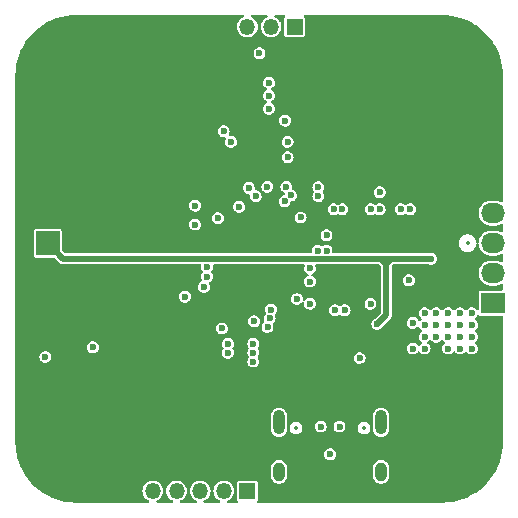
<source format=gbr>
%TF.GenerationSoftware,KiCad,Pcbnew,8.0.4*%
%TF.CreationDate,2024-08-28T16:39:45+02:00*%
%TF.ProjectId,stepper_driver_PCB,73746570-7065-4725-9f64-72697665725f,rev?*%
%TF.SameCoordinates,Original*%
%TF.FileFunction,Copper,L2,Inr*%
%TF.FilePolarity,Positive*%
%FSLAX46Y46*%
G04 Gerber Fmt 4.6, Leading zero omitted, Abs format (unit mm)*
G04 Created by KiCad (PCBNEW 8.0.4) date 2024-08-28 16:39:45*
%MOMM*%
%LPD*%
G01*
G04 APERTURE LIST*
%TA.AperFunction,ComponentPad*%
%ADD10R,1.350000X1.350000*%
%TD*%
%TA.AperFunction,ComponentPad*%
%ADD11O,1.350000X1.350000*%
%TD*%
%TA.AperFunction,ComponentPad*%
%ADD12C,0.800000*%
%TD*%
%TA.AperFunction,ComponentPad*%
%ADD13C,6.400000*%
%TD*%
%TA.AperFunction,ComponentPad*%
%ADD14R,2.000000X2.000000*%
%TD*%
%TA.AperFunction,ComponentPad*%
%ADD15C,2.000000*%
%TD*%
%TA.AperFunction,ComponentPad*%
%ADD16O,1.000000X2.100000*%
%TD*%
%TA.AperFunction,ComponentPad*%
%ADD17O,1.000000X1.600000*%
%TD*%
%TA.AperFunction,ComponentPad*%
%ADD18R,2.030000X1.730000*%
%TD*%
%TA.AperFunction,ComponentPad*%
%ADD19O,2.030000X1.730000*%
%TD*%
%TA.AperFunction,HeatsinkPad*%
%ADD20C,0.600000*%
%TD*%
%TA.AperFunction,ViaPad*%
%ADD21C,0.600000*%
%TD*%
%TA.AperFunction,Conductor*%
%ADD22C,0.500000*%
%TD*%
%ADD23C,0.300000*%
%ADD24C,0.350000*%
%ADD25O,0.600000X1.700000*%
%ADD26O,0.600000X1.200000*%
G04 APERTURE END LIST*
D10*
%TO.N,+3V3*%
%TO.C,J4*%
X118500000Y-75850000D03*
D11*
%TO.N,/JTAG_SWDIO*%
X116499999Y-75850000D03*
%TO.N,/JTAG_SWCLK*%
X114500000Y-75850000D03*
%TO.N,GND*%
X112500000Y-75850000D03*
%TD*%
D12*
%TO.N,GND*%
%TO.C,H2*%
X128600000Y-80000000D03*
X129302944Y-78302944D03*
X129302944Y-81697056D03*
X131000000Y-77600000D03*
D13*
X131000000Y-80000000D03*
D12*
X131000000Y-82400000D03*
X132697056Y-78302944D03*
X132697056Y-81697056D03*
X133400000Y-80000000D03*
%TD*%
D14*
%TO.N,+24V*%
%TO.C,J1*%
X97600000Y-94200000D03*
D15*
%TO.N,GND*%
X97600000Y-96740000D03*
%TD*%
D10*
%TO.N,+3V3*%
%TO.C,J2*%
X114500000Y-115150000D03*
D11*
%TO.N,/CTRL_SPI_MOSI*%
X112499999Y-115150000D03*
%TO.N,/CTRL_SPI_MISO*%
X110500000Y-115150000D03*
%TO.N,/CTRL_SPI_CLK*%
X108500000Y-115150000D03*
%TO.N,/CTRL_SPI_NCS*%
X106500000Y-115150000D03*
%TO.N,GND*%
X104500000Y-115150000D03*
%TD*%
D16*
%TO.N,unconnected-(J5-SHIELD-PadS1)*%
%TO.C,J5*%
X117180000Y-109345000D03*
D17*
%TO.N,unconnected-(J5-SHIELD-PadS1)_2*%
X117180000Y-113525000D03*
D16*
%TO.N,unconnected-(J5-SHIELD-PadS1)_3*%
X125820000Y-109345000D03*
D17*
%TO.N,unconnected-(J5-SHIELD-PadS1)_1*%
X125820000Y-113525000D03*
%TD*%
D12*
%TO.N,GND*%
%TO.C,H1*%
X97600000Y-80000000D03*
X98302944Y-78302944D03*
X98302944Y-81697056D03*
X100000000Y-77600000D03*
D13*
X100000000Y-80000000D03*
D12*
X100000000Y-82400000D03*
X101697056Y-78302944D03*
X101697056Y-81697056D03*
X102400000Y-80000000D03*
%TD*%
D18*
%TO.N,/STEPPER_B2*%
%TO.C,J3*%
X135300000Y-99250000D03*
D19*
%TO.N,/STEPPER_B1*%
X135300000Y-96710000D03*
%TO.N,/STEPPER_A1*%
X135300000Y-94170001D03*
%TO.N,/STEPPER_A2*%
X135300000Y-91630000D03*
%TD*%
D12*
%TO.N,GND*%
%TO.C,H4*%
X128600000Y-111000000D03*
X129302944Y-109302944D03*
X129302944Y-112697056D03*
X131000000Y-108600000D03*
D13*
X131000000Y-111000000D03*
D12*
X131000000Y-113400000D03*
X132697056Y-109302944D03*
X132697056Y-112697056D03*
X133400000Y-111000000D03*
%TD*%
%TO.N,GND*%
%TO.C,H3*%
X97600000Y-111000000D03*
X98302944Y-109302944D03*
X98302944Y-112697056D03*
X100000000Y-108600000D03*
D13*
X100000000Y-111000000D03*
D12*
X100000000Y-113400000D03*
X101697056Y-109302944D03*
X101697056Y-112697056D03*
X102400000Y-111000000D03*
%TD*%
D20*
%TO.N,GND*%
%TO.C,U5*%
X123700000Y-96575000D03*
X125566667Y-96575000D03*
X127433333Y-96575000D03*
X129300000Y-96575000D03*
X123700000Y-94425000D03*
X125566667Y-94425000D03*
X127433333Y-94425000D03*
X129300000Y-94425000D03*
%TD*%
D21*
%TO.N,GND*%
X95500000Y-105500000D03*
X127700000Y-104800000D03*
X110500000Y-80500000D03*
X113100000Y-93100000D03*
X135500000Y-105500000D03*
X120499999Y-85500000D03*
X128700000Y-104800000D03*
X125500000Y-75500000D03*
X126900000Y-103000000D03*
X100500000Y-85500000D03*
X105500000Y-80500000D03*
X113100000Y-89400000D03*
X113500000Y-80600000D03*
X130500000Y-75500000D03*
X100500000Y-75500000D03*
X118300000Y-107700000D03*
X115500000Y-110500000D03*
X95500000Y-80500000D03*
X135500000Y-80500000D03*
X126200000Y-104800000D03*
X95500000Y-110500000D03*
X95500000Y-85500000D03*
X110900000Y-78100000D03*
X113500000Y-81700000D03*
X130500000Y-115500000D03*
X97400002Y-102208949D03*
X105500000Y-110500000D03*
X117400000Y-79500000D03*
X100500000Y-90500000D03*
X112700000Y-100013786D03*
X113500000Y-82800000D03*
X123500000Y-103000000D03*
X125500000Y-85500000D03*
X120500000Y-75500000D03*
X105425000Y-96200000D03*
X120500000Y-115500000D03*
X113500000Y-79500000D03*
X116500000Y-87800000D03*
X121500000Y-111300000D03*
X114675000Y-81700000D03*
X108525000Y-92600000D03*
X123000000Y-101000000D03*
X95500000Y-90500000D03*
X129700000Y-104800000D03*
X124700000Y-107700000D03*
X106975000Y-92000000D03*
X120100000Y-78100000D03*
X117900000Y-96500000D03*
X130800000Y-105600000D03*
X105500000Y-85500000D03*
X125500000Y-80500000D03*
X120383246Y-92225000D03*
X130500000Y-90500000D03*
X100500000Y-115500000D03*
X114700000Y-85500000D03*
X131700000Y-104800000D03*
X110500000Y-75500000D03*
X113100000Y-97900000D03*
X115500000Y-105500000D03*
X108525000Y-91000000D03*
X110500000Y-100500000D03*
X114675000Y-80600000D03*
X105500000Y-100500000D03*
X110500000Y-85500000D03*
X100500000Y-105500000D03*
X116500000Y-85500000D03*
X117900000Y-94500000D03*
X100500000Y-100500000D03*
X125500000Y-115500000D03*
X110500000Y-105500000D03*
X135500000Y-85500000D03*
X130710387Y-97150001D03*
X109175000Y-97100000D03*
X130500000Y-85500000D03*
X118900000Y-101325000D03*
X122000000Y-102000000D03*
X130736262Y-93849999D03*
X114675000Y-82800000D03*
X95500000Y-100500000D03*
X117400000Y-82800000D03*
X117400000Y-81725000D03*
X105500000Y-75500000D03*
X125500000Y-103000000D03*
X109500000Y-113700000D03*
X95500000Y-95500000D03*
X105500000Y-105500000D03*
X111500000Y-112500000D03*
X120500000Y-80500000D03*
X135500000Y-110500000D03*
%TO.N,+5V*%
X121500000Y-112050003D03*
X124000000Y-103900000D03*
%TO.N,/USB_DN*%
X120449997Y-94800000D03*
%TO.N,+3.3VA*%
X111100000Y-97000000D03*
X125700000Y-89850000D03*
%TO.N,/USB_DP*%
X121200000Y-94800000D03*
%TO.N,Net-(J5-D+-PadA6)*%
X122300000Y-109700000D03*
%TO.N,Net-(J5-D--PadA7)*%
X120700000Y-109700000D03*
%TO.N,/NRST*%
X112500000Y-84700000D03*
X111100000Y-96200000D03*
%TO.N,/STATUS*%
X97400002Y-103808871D03*
X119799582Y-96300000D03*
%TO.N,/I2C_SDA*%
X116507512Y-99796921D03*
%TO.N,/I2C_SCL*%
X113800000Y-91100000D03*
%TO.N,/TMC_UART_RX*%
X121800000Y-91300000D03*
%TO.N,+24V*%
X130050002Y-95500000D03*
X125504412Y-101025000D03*
%TO.N,/AS5600_OUT*%
X110833006Y-97878563D03*
%TO.N,/TMC_UART_TX*%
X122549996Y-91303104D03*
%TO.N,+3V3*%
X116325000Y-81700000D03*
X110075000Y-92600000D03*
X101425000Y-103000000D03*
X118700000Y-98900000D03*
X131500000Y-102100000D03*
X129500000Y-102100000D03*
X115075000Y-100800000D03*
X115525000Y-78100000D03*
X124950003Y-91300000D03*
X132500000Y-101100000D03*
X129500000Y-101100000D03*
X118999999Y-92000000D03*
X128500000Y-103100000D03*
X131500000Y-100100000D03*
X132500000Y-103100000D03*
X112000000Y-92062500D03*
X133500000Y-101100000D03*
X116325000Y-80600000D03*
X128500000Y-100925000D03*
X133500000Y-100100000D03*
X133500000Y-102100000D03*
X131500000Y-101100000D03*
X129500000Y-103100000D03*
X116325000Y-82800000D03*
X130500000Y-101100000D03*
X132500000Y-100100000D03*
X117900000Y-85600000D03*
X132500000Y-102100000D03*
X131500000Y-103100000D03*
X129500000Y-100100000D03*
X110075000Y-91000000D03*
X130500000Y-102100000D03*
X109218750Y-98700000D03*
X130500000Y-100100000D03*
X133500000Y-103100000D03*
%TO.N,/BOOT0*%
X117700000Y-83800000D03*
X114611091Y-89488909D03*
%TO.N,/W25Q128_NRST*%
X117900000Y-86900000D03*
X115200000Y-90200000D03*
%TO.N,/JTAG_SWDIO*%
X121200000Y-93500000D03*
%TO.N,/JTAG_SWCLK*%
X118200000Y-90115687D03*
%TO.N,/TMC_NEN*%
X128175000Y-97325002D03*
X112350000Y-101400000D03*
X115000000Y-104200006D03*
%TO.N,/TMC_STDBY*%
X128300000Y-91300000D03*
%TO.N,/TMC_SPREAD*%
X119799582Y-97424999D03*
X119799582Y-99300000D03*
X124925000Y-99305653D03*
%TO.N,/TMC_MS1*%
X112850000Y-103450003D03*
X122741776Y-99855653D03*
X115000000Y-103450003D03*
%TO.N,/TMC_INDEX*%
X120499997Y-90200000D03*
X116375000Y-100543042D03*
%TO.N,/TMC_DIR*%
X127500000Y-91300000D03*
%TO.N,/TMC_STEP*%
X125700006Y-91300000D03*
%TO.N,/TMC_DIAG*%
X116203526Y-101273179D03*
X120500000Y-89449998D03*
%TO.N,/TMC_MS2*%
X121916806Y-99855653D03*
X112850000Y-102700000D03*
X115000000Y-102700000D03*
%TO.N,/FLASH_SPI_MOSI*%
X117806410Y-89406410D03*
X116200000Y-89400000D03*
%TO.N,/FLASH_SPI_NCS*%
X113100000Y-85600000D03*
X117650000Y-90625588D03*
%TD*%
D22*
%TO.N,+24V*%
X97600000Y-94200000D02*
X98900000Y-95500000D01*
X125800000Y-95500000D02*
X126700000Y-95500000D01*
X126266667Y-95966667D02*
X126266667Y-95933333D01*
X126266667Y-95933333D02*
X126700000Y-95500000D01*
X99500000Y-95500000D02*
X125800000Y-95500000D01*
X126266667Y-95966667D02*
X125800000Y-95500000D01*
X125504412Y-101025000D02*
X126266667Y-100262745D01*
X126266667Y-100262745D02*
X126266667Y-95966667D01*
X98900000Y-95500000D02*
X99500000Y-95500000D01*
X126700000Y-95500000D02*
X130050002Y-95500000D01*
%TD*%
%TA.AperFunction,Conductor*%
%TO.N,GND*%
G36*
X114184850Y-74869407D02*
G01*
X114220814Y-74918907D01*
X114220814Y-74980093D01*
X114184850Y-75029593D01*
X114166927Y-75039940D01*
X114151260Y-75046915D01*
X114059845Y-75087615D01*
X114059842Y-75087617D01*
X113910948Y-75195794D01*
X113787803Y-75332562D01*
X113787803Y-75332563D01*
X113695790Y-75491931D01*
X113695784Y-75491945D01*
X113638916Y-75666965D01*
X113619678Y-75850000D01*
X113638916Y-76033034D01*
X113695784Y-76208054D01*
X113695790Y-76208068D01*
X113768893Y-76334684D01*
X113787805Y-76367440D01*
X113910950Y-76504207D01*
X114059839Y-76612381D01*
X114059843Y-76612383D01*
X114059845Y-76612384D01*
X114115485Y-76637156D01*
X114227966Y-76687236D01*
X114407981Y-76725500D01*
X114407983Y-76725500D01*
X114592017Y-76725500D01*
X114592019Y-76725500D01*
X114772034Y-76687236D01*
X114940161Y-76612381D01*
X115089050Y-76504207D01*
X115212195Y-76367440D01*
X115302291Y-76211390D01*
X115304209Y-76208068D01*
X115304209Y-76208066D01*
X115304214Y-76208059D01*
X115361085Y-76033029D01*
X115380322Y-75850000D01*
X115361085Y-75666971D01*
X115304214Y-75491941D01*
X115304211Y-75491936D01*
X115304209Y-75491931D01*
X115256935Y-75410052D01*
X115212195Y-75332560D01*
X115089050Y-75195793D01*
X114940161Y-75087619D01*
X114940157Y-75087617D01*
X114940154Y-75087615D01*
X114855016Y-75049710D01*
X114833073Y-75039940D01*
X114787605Y-74999000D01*
X114774883Y-74939152D01*
X114799769Y-74883256D01*
X114852757Y-74852663D01*
X114873341Y-74850500D01*
X116126658Y-74850500D01*
X116184849Y-74869407D01*
X116220813Y-74918907D01*
X116220813Y-74980093D01*
X116184849Y-75029593D01*
X116166926Y-75039940D01*
X116151259Y-75046915D01*
X116059844Y-75087615D01*
X116059841Y-75087617D01*
X115910947Y-75195794D01*
X115787802Y-75332562D01*
X115787802Y-75332563D01*
X115695789Y-75491931D01*
X115695783Y-75491945D01*
X115638915Y-75666965D01*
X115619677Y-75850000D01*
X115638915Y-76033034D01*
X115695783Y-76208054D01*
X115695789Y-76208068D01*
X115768892Y-76334684D01*
X115787804Y-76367440D01*
X115910949Y-76504207D01*
X116059838Y-76612381D01*
X116059842Y-76612383D01*
X116059844Y-76612384D01*
X116115484Y-76637156D01*
X116227965Y-76687236D01*
X116407980Y-76725500D01*
X116407982Y-76725500D01*
X116592016Y-76725500D01*
X116592018Y-76725500D01*
X116772033Y-76687236D01*
X116940160Y-76612381D01*
X117089049Y-76504207D01*
X117212194Y-76367440D01*
X117302290Y-76211390D01*
X117304208Y-76208068D01*
X117304208Y-76208066D01*
X117304213Y-76208059D01*
X117361084Y-76033029D01*
X117380321Y-75850000D01*
X117361084Y-75666971D01*
X117304213Y-75491941D01*
X117304210Y-75491936D01*
X117304208Y-75491931D01*
X117256934Y-75410052D01*
X117212194Y-75332560D01*
X117089049Y-75195793D01*
X116940160Y-75087619D01*
X116940156Y-75087617D01*
X116940153Y-75087615D01*
X116855015Y-75049710D01*
X116833072Y-75039940D01*
X116787604Y-74999000D01*
X116774882Y-74939152D01*
X116799768Y-74883256D01*
X116852756Y-74852663D01*
X116873340Y-74850500D01*
X117623400Y-74850500D01*
X117681591Y-74869407D01*
X117717555Y-74918907D01*
X117717555Y-74980093D01*
X117686552Y-75022763D01*
X117687343Y-75023554D01*
X117682353Y-75028543D01*
X117681591Y-75029593D01*
X117680644Y-75030252D01*
X117680445Y-75030451D01*
X117636134Y-75096766D01*
X117636132Y-75096772D01*
X117624501Y-75155241D01*
X117624500Y-75155253D01*
X117624500Y-76544746D01*
X117624501Y-76544758D01*
X117636132Y-76603227D01*
X117636134Y-76603233D01*
X117642249Y-76612384D01*
X117680448Y-76669552D01*
X117746769Y-76713867D01*
X117791231Y-76722711D01*
X117805241Y-76725498D01*
X117805246Y-76725498D01*
X117805252Y-76725500D01*
X117805253Y-76725500D01*
X119194747Y-76725500D01*
X119194748Y-76725500D01*
X119253231Y-76713867D01*
X119319552Y-76669552D01*
X119363867Y-76603231D01*
X119375500Y-76544748D01*
X119375500Y-75155252D01*
X119363867Y-75096769D01*
X119319552Y-75030448D01*
X119319548Y-75030445D01*
X119312657Y-75023554D01*
X119314014Y-75022196D01*
X119283718Y-74983764D01*
X119281317Y-74922626D01*
X119315311Y-74871752D01*
X119372715Y-74850576D01*
X119376600Y-74850500D01*
X130934108Y-74850500D01*
X130997964Y-74850500D01*
X131002055Y-74850585D01*
X131421154Y-74867918D01*
X131429286Y-74868592D01*
X131843533Y-74920227D01*
X131851574Y-74921569D01*
X132260134Y-75007235D01*
X132268046Y-75009239D01*
X132531304Y-75087615D01*
X132668106Y-75128343D01*
X132675845Y-75130999D01*
X132766012Y-75166182D01*
X133064726Y-75282740D01*
X133072196Y-75286016D01*
X133447235Y-75469362D01*
X133454399Y-75473240D01*
X133779512Y-75666965D01*
X133812989Y-75686913D01*
X133819839Y-75691388D01*
X134159557Y-75933943D01*
X134166014Y-75938969D01*
X134484531Y-76208739D01*
X134490551Y-76214280D01*
X134785719Y-76509448D01*
X134791260Y-76515468D01*
X135061030Y-76833985D01*
X135066056Y-76840442D01*
X135308611Y-77180160D01*
X135313086Y-77187010D01*
X135526750Y-77545584D01*
X135530645Y-77552780D01*
X135713977Y-77927791D01*
X135717264Y-77935285D01*
X135869000Y-78324154D01*
X135871656Y-78331893D01*
X135990757Y-78731943D01*
X135992766Y-78739875D01*
X136078427Y-79148410D01*
X136079774Y-79156481D01*
X136131406Y-79570702D01*
X136132081Y-79578856D01*
X136149415Y-79997944D01*
X136149500Y-80002035D01*
X136149500Y-90630709D01*
X136130593Y-90688900D01*
X136081093Y-90724864D01*
X136019907Y-90724864D01*
X135995500Y-90713025D01*
X135954705Y-90685767D01*
X135760798Y-90605448D01*
X135760792Y-90605446D01*
X135554945Y-90564500D01*
X135554943Y-90564500D01*
X135045057Y-90564500D01*
X135045054Y-90564500D01*
X134839207Y-90605446D01*
X134839201Y-90605448D01*
X134645297Y-90685766D01*
X134470787Y-90802369D01*
X134322369Y-90950787D01*
X134205766Y-91125297D01*
X134125448Y-91319201D01*
X134125446Y-91319207D01*
X134084500Y-91525054D01*
X134084500Y-91734945D01*
X134125446Y-91940792D01*
X134125448Y-91940798D01*
X134205766Y-92134702D01*
X134322369Y-92309212D01*
X134322372Y-92309216D01*
X134470784Y-92457628D01*
X134645297Y-92574233D01*
X134839205Y-92654553D01*
X135045057Y-92695500D01*
X135045058Y-92695500D01*
X135554942Y-92695500D01*
X135554943Y-92695500D01*
X135760795Y-92654553D01*
X135954703Y-92574233D01*
X135995499Y-92546973D01*
X136054387Y-92530366D01*
X136111790Y-92551544D01*
X136145783Y-92602418D01*
X136149500Y-92629290D01*
X136149500Y-93170710D01*
X136130593Y-93228901D01*
X136081093Y-93264865D01*
X136019907Y-93264865D01*
X135995500Y-93253026D01*
X135954705Y-93225768D01*
X135760798Y-93145449D01*
X135760792Y-93145447D01*
X135554945Y-93104501D01*
X135554943Y-93104501D01*
X135045057Y-93104501D01*
X135045054Y-93104501D01*
X134839207Y-93145447D01*
X134839201Y-93145449D01*
X134645297Y-93225767D01*
X134470787Y-93342370D01*
X134322369Y-93490788D01*
X134205766Y-93665298D01*
X134125448Y-93859202D01*
X134125446Y-93859208D01*
X134084500Y-94065055D01*
X134084500Y-94066220D01*
X134084336Y-94066724D01*
X134084024Y-94069894D01*
X134083328Y-94069825D01*
X134065593Y-94124411D01*
X134016093Y-94160375D01*
X133954907Y-94160375D01*
X133905407Y-94124411D01*
X133888402Y-94085535D01*
X133871487Y-94000499D01*
X133861658Y-93951087D01*
X133805084Y-93814505D01*
X133722951Y-93691584D01*
X133618416Y-93587049D01*
X133495495Y-93504916D01*
X133483627Y-93500000D01*
X133358914Y-93448342D01*
X133213918Y-93419500D01*
X133066082Y-93419500D01*
X133066081Y-93419500D01*
X132921085Y-93448342D01*
X132784506Y-93504915D01*
X132661585Y-93587048D01*
X132557048Y-93691585D01*
X132474915Y-93814506D01*
X132418342Y-93951085D01*
X132389500Y-94096081D01*
X132389500Y-94243918D01*
X132408621Y-94340046D01*
X132418342Y-94388913D01*
X132474916Y-94525495D01*
X132557049Y-94648416D01*
X132661584Y-94752951D01*
X132784505Y-94835084D01*
X132921087Y-94891658D01*
X133066082Y-94920500D01*
X133066083Y-94920500D01*
X133213917Y-94920500D01*
X133213918Y-94920500D01*
X133358913Y-94891658D01*
X133495495Y-94835084D01*
X133618416Y-94752951D01*
X133722951Y-94648416D01*
X133805084Y-94525495D01*
X133861658Y-94388913D01*
X133888402Y-94254464D01*
X133918299Y-94201081D01*
X133973864Y-94175465D01*
X134033874Y-94187402D01*
X134075406Y-94232332D01*
X134083701Y-94270139D01*
X134084024Y-94270108D01*
X134084292Y-94272831D01*
X134084500Y-94273779D01*
X134084500Y-94274946D01*
X134125446Y-94480793D01*
X134125448Y-94480799D01*
X134205766Y-94674703D01*
X134322369Y-94849213D01*
X134322372Y-94849217D01*
X134470784Y-94997629D01*
X134645297Y-95114234D01*
X134839205Y-95194554D01*
X135045057Y-95235501D01*
X135045058Y-95235501D01*
X135554942Y-95235501D01*
X135554943Y-95235501D01*
X135760795Y-95194554D01*
X135954703Y-95114234D01*
X135995499Y-95086974D01*
X136054387Y-95070367D01*
X136111790Y-95091545D01*
X136145783Y-95142419D01*
X136149500Y-95169291D01*
X136149500Y-95710709D01*
X136130593Y-95768900D01*
X136081093Y-95804864D01*
X136019907Y-95804864D01*
X135995500Y-95793025D01*
X135954705Y-95765767D01*
X135760798Y-95685448D01*
X135760792Y-95685446D01*
X135554945Y-95644500D01*
X135554943Y-95644500D01*
X135045057Y-95644500D01*
X135045054Y-95644500D01*
X134839207Y-95685446D01*
X134839201Y-95685448D01*
X134645297Y-95765766D01*
X134470787Y-95882369D01*
X134322369Y-96030787D01*
X134205766Y-96205297D01*
X134125448Y-96399201D01*
X134125446Y-96399207D01*
X134084500Y-96605054D01*
X134084500Y-96814945D01*
X134125446Y-97020792D01*
X134125448Y-97020798D01*
X134205766Y-97214702D01*
X134321378Y-97387729D01*
X134322372Y-97389216D01*
X134470784Y-97537628D01*
X134645297Y-97654233D01*
X134839205Y-97734553D01*
X135045057Y-97775500D01*
X135045058Y-97775500D01*
X135554942Y-97775500D01*
X135554943Y-97775500D01*
X135760795Y-97734553D01*
X135954703Y-97654233D01*
X135995499Y-97626973D01*
X136054387Y-97610366D01*
X136111790Y-97631544D01*
X136145783Y-97682418D01*
X136149500Y-97709290D01*
X136149500Y-98085500D01*
X136130593Y-98143691D01*
X136081093Y-98179655D01*
X136050500Y-98184500D01*
X134265252Y-98184500D01*
X134265251Y-98184500D01*
X134265241Y-98184501D01*
X134206772Y-98196132D01*
X134206766Y-98196134D01*
X134140451Y-98240445D01*
X134140445Y-98240451D01*
X134096134Y-98306766D01*
X134096132Y-98306772D01*
X134084501Y-98365241D01*
X134084500Y-98365253D01*
X134084500Y-99744835D01*
X134065593Y-99803026D01*
X134016093Y-99838990D01*
X133954907Y-99838990D01*
X133910681Y-99809666D01*
X133831129Y-99717858D01*
X133831127Y-99717856D01*
X133710057Y-99640049D01*
X133710054Y-99640047D01*
X133710053Y-99640047D01*
X133710050Y-99640046D01*
X133571964Y-99599500D01*
X133571961Y-99599500D01*
X133428039Y-99599500D01*
X133428035Y-99599500D01*
X133289949Y-99640046D01*
X133289942Y-99640049D01*
X133168872Y-99717856D01*
X133168870Y-99717858D01*
X133074819Y-99826400D01*
X133022424Y-99857996D01*
X132961463Y-99852760D01*
X132925181Y-99826400D01*
X132831129Y-99717858D01*
X132831127Y-99717856D01*
X132710057Y-99640049D01*
X132710054Y-99640047D01*
X132710053Y-99640047D01*
X132710050Y-99640046D01*
X132571964Y-99599500D01*
X132571961Y-99599500D01*
X132428039Y-99599500D01*
X132428035Y-99599500D01*
X132289949Y-99640046D01*
X132289942Y-99640049D01*
X132168872Y-99717856D01*
X132168870Y-99717858D01*
X132074819Y-99826400D01*
X132022424Y-99857996D01*
X131961463Y-99852760D01*
X131925181Y-99826400D01*
X131831129Y-99717858D01*
X131831127Y-99717856D01*
X131710057Y-99640049D01*
X131710054Y-99640047D01*
X131710053Y-99640047D01*
X131710050Y-99640046D01*
X131571964Y-99599500D01*
X131571961Y-99599500D01*
X131428039Y-99599500D01*
X131428035Y-99599500D01*
X131289949Y-99640046D01*
X131289942Y-99640049D01*
X131168872Y-99717856D01*
X131168870Y-99717858D01*
X131074819Y-99826400D01*
X131022424Y-99857996D01*
X130961463Y-99852760D01*
X130925181Y-99826400D01*
X130831129Y-99717858D01*
X130831127Y-99717856D01*
X130710057Y-99640049D01*
X130710054Y-99640047D01*
X130710053Y-99640047D01*
X130710050Y-99640046D01*
X130571964Y-99599500D01*
X130571961Y-99599500D01*
X130428039Y-99599500D01*
X130428035Y-99599500D01*
X130289949Y-99640046D01*
X130289942Y-99640049D01*
X130168872Y-99717856D01*
X130168870Y-99717858D01*
X130074819Y-99826400D01*
X130022424Y-99857996D01*
X129961463Y-99852760D01*
X129925181Y-99826400D01*
X129831129Y-99717858D01*
X129831127Y-99717856D01*
X129710057Y-99640049D01*
X129710054Y-99640047D01*
X129710053Y-99640047D01*
X129710050Y-99640046D01*
X129571964Y-99599500D01*
X129571961Y-99599500D01*
X129428039Y-99599500D01*
X129428035Y-99599500D01*
X129289949Y-99640046D01*
X129289942Y-99640049D01*
X129168873Y-99717855D01*
X129074622Y-99826628D01*
X129014834Y-99957543D01*
X128994353Y-100099997D01*
X128994353Y-100100002D01*
X129014834Y-100242456D01*
X129062687Y-100347238D01*
X129074623Y-100373373D01*
X129168872Y-100482143D01*
X129222669Y-100516716D01*
X129261400Y-100564082D01*
X129264893Y-100625168D01*
X129231813Y-100676640D01*
X129222669Y-100683284D01*
X129168869Y-100717858D01*
X129130103Y-100762598D01*
X129077707Y-100794194D01*
X129016746Y-100788958D01*
X128970505Y-100748890D01*
X128965231Y-100738893D01*
X128925378Y-100651629D01*
X128925377Y-100651628D01*
X128925377Y-100651627D01*
X128831128Y-100542857D01*
X128831127Y-100542856D01*
X128831126Y-100542855D01*
X128710057Y-100465049D01*
X128710054Y-100465047D01*
X128710053Y-100465047D01*
X128710050Y-100465046D01*
X128571964Y-100424500D01*
X128571961Y-100424500D01*
X128428039Y-100424500D01*
X128428035Y-100424500D01*
X128289949Y-100465046D01*
X128289942Y-100465049D01*
X128168873Y-100542855D01*
X128074622Y-100651628D01*
X128014834Y-100782543D01*
X127994353Y-100924997D01*
X127994353Y-100925002D01*
X128014834Y-101067456D01*
X128060504Y-101167457D01*
X128074623Y-101198373D01*
X128150643Y-101286105D01*
X128168873Y-101307144D01*
X128289942Y-101384950D01*
X128289947Y-101384953D01*
X128394442Y-101415635D01*
X128428035Y-101425499D01*
X128428036Y-101425499D01*
X128428039Y-101425500D01*
X128428041Y-101425500D01*
X128571959Y-101425500D01*
X128571961Y-101425500D01*
X128710053Y-101384953D01*
X128831128Y-101307143D01*
X128869898Y-101262399D01*
X128922290Y-101230805D01*
X128983251Y-101236040D01*
X129029492Y-101276107D01*
X129034768Y-101286105D01*
X129062687Y-101347238D01*
X129074623Y-101373373D01*
X129168872Y-101482143D01*
X129222669Y-101516716D01*
X129261400Y-101564082D01*
X129264893Y-101625168D01*
X129231813Y-101676640D01*
X129222669Y-101683284D01*
X129168872Y-101717857D01*
X129074622Y-101826628D01*
X129014834Y-101957543D01*
X128994353Y-102099997D01*
X128994353Y-102100002D01*
X129014834Y-102242456D01*
X129062687Y-102347238D01*
X129074623Y-102373373D01*
X129168872Y-102482143D01*
X129222669Y-102516716D01*
X129261400Y-102564082D01*
X129264893Y-102625168D01*
X129231813Y-102676640D01*
X129222669Y-102683284D01*
X129168869Y-102717858D01*
X129074819Y-102826400D01*
X129022424Y-102857996D01*
X128961463Y-102852760D01*
X128925181Y-102826400D01*
X128831129Y-102717858D01*
X128831127Y-102717856D01*
X128710057Y-102640049D01*
X128710054Y-102640047D01*
X128710053Y-102640047D01*
X128710050Y-102640046D01*
X128571964Y-102599500D01*
X128571961Y-102599500D01*
X128428039Y-102599500D01*
X128428035Y-102599500D01*
X128289949Y-102640046D01*
X128289942Y-102640049D01*
X128168873Y-102717855D01*
X128074622Y-102826628D01*
X128014834Y-102957543D01*
X127994353Y-103099997D01*
X127994353Y-103100002D01*
X128014834Y-103242456D01*
X128074622Y-103373371D01*
X128074623Y-103373373D01*
X128168872Y-103482143D01*
X128168873Y-103482144D01*
X128289942Y-103559950D01*
X128289947Y-103559953D01*
X128396403Y-103591211D01*
X128428035Y-103600499D01*
X128428036Y-103600499D01*
X128428039Y-103600500D01*
X128428041Y-103600500D01*
X128571959Y-103600500D01*
X128571961Y-103600500D01*
X128710053Y-103559953D01*
X128831128Y-103482143D01*
X128925182Y-103373597D01*
X128977576Y-103342003D01*
X129038537Y-103347238D01*
X129074816Y-103373596D01*
X129168872Y-103482143D01*
X129168873Y-103482144D01*
X129289942Y-103559950D01*
X129289947Y-103559953D01*
X129396403Y-103591211D01*
X129428035Y-103600499D01*
X129428036Y-103600499D01*
X129428039Y-103600500D01*
X129428041Y-103600500D01*
X129571959Y-103600500D01*
X129571961Y-103600500D01*
X129710053Y-103559953D01*
X129831128Y-103482143D01*
X129925377Y-103373373D01*
X129985165Y-103242457D01*
X129999920Y-103139832D01*
X130005647Y-103100002D01*
X130005647Y-103099997D01*
X129985165Y-102957543D01*
X129939496Y-102857543D01*
X129925377Y-102826627D01*
X129831128Y-102717857D01*
X129831127Y-102717856D01*
X129831126Y-102717855D01*
X129777331Y-102683284D01*
X129738600Y-102635919D01*
X129735106Y-102574833D01*
X129768185Y-102523360D01*
X129777331Y-102516716D01*
X129831126Y-102482144D01*
X129831125Y-102482144D01*
X129831128Y-102482143D01*
X129925182Y-102373597D01*
X129977576Y-102342003D01*
X130038537Y-102347238D01*
X130074816Y-102373596D01*
X130168871Y-102482142D01*
X130168873Y-102482144D01*
X130286197Y-102557543D01*
X130289947Y-102559953D01*
X130396403Y-102591211D01*
X130428035Y-102600499D01*
X130428036Y-102600499D01*
X130428039Y-102600500D01*
X130428041Y-102600500D01*
X130571959Y-102600500D01*
X130571961Y-102600500D01*
X130710053Y-102559953D01*
X130831128Y-102482143D01*
X130925182Y-102373597D01*
X130977576Y-102342003D01*
X131038537Y-102347238D01*
X131074816Y-102373596D01*
X131168872Y-102482143D01*
X131222669Y-102516716D01*
X131261400Y-102564082D01*
X131264893Y-102625168D01*
X131231813Y-102676640D01*
X131222669Y-102683284D01*
X131168872Y-102717857D01*
X131074622Y-102826628D01*
X131014834Y-102957543D01*
X130994353Y-103099997D01*
X130994353Y-103100002D01*
X131014834Y-103242456D01*
X131074622Y-103373371D01*
X131074623Y-103373373D01*
X131168872Y-103482143D01*
X131168873Y-103482144D01*
X131289942Y-103559950D01*
X131289947Y-103559953D01*
X131396403Y-103591211D01*
X131428035Y-103600499D01*
X131428036Y-103600499D01*
X131428039Y-103600500D01*
X131428041Y-103600500D01*
X131571959Y-103600500D01*
X131571961Y-103600500D01*
X131710053Y-103559953D01*
X131831128Y-103482143D01*
X131925182Y-103373597D01*
X131977576Y-103342003D01*
X132038537Y-103347238D01*
X132074816Y-103373596D01*
X132168872Y-103482143D01*
X132168873Y-103482144D01*
X132289942Y-103559950D01*
X132289947Y-103559953D01*
X132396403Y-103591211D01*
X132428035Y-103600499D01*
X132428036Y-103600499D01*
X132428039Y-103600500D01*
X132428041Y-103600500D01*
X132571959Y-103600500D01*
X132571961Y-103600500D01*
X132710053Y-103559953D01*
X132831128Y-103482143D01*
X132925182Y-103373597D01*
X132977576Y-103342003D01*
X133038537Y-103347238D01*
X133074816Y-103373596D01*
X133168872Y-103482143D01*
X133168873Y-103482144D01*
X133289942Y-103559950D01*
X133289947Y-103559953D01*
X133396403Y-103591211D01*
X133428035Y-103600499D01*
X133428036Y-103600499D01*
X133428039Y-103600500D01*
X133428041Y-103600500D01*
X133571959Y-103600500D01*
X133571961Y-103600500D01*
X133710053Y-103559953D01*
X133831128Y-103482143D01*
X133925377Y-103373373D01*
X133985165Y-103242457D01*
X133999920Y-103139832D01*
X134005647Y-103100002D01*
X134005647Y-103099997D01*
X133985165Y-102957543D01*
X133939496Y-102857543D01*
X133925377Y-102826627D01*
X133831128Y-102717857D01*
X133831127Y-102717856D01*
X133831126Y-102717855D01*
X133777331Y-102683284D01*
X133738600Y-102635919D01*
X133735106Y-102574833D01*
X133768185Y-102523360D01*
X133777331Y-102516716D01*
X133831126Y-102482144D01*
X133831125Y-102482144D01*
X133831128Y-102482143D01*
X133925377Y-102373373D01*
X133985165Y-102242457D01*
X134005647Y-102100000D01*
X133985165Y-101957543D01*
X133925377Y-101826627D01*
X133831128Y-101717857D01*
X133831127Y-101717856D01*
X133831126Y-101717855D01*
X133777331Y-101683284D01*
X133738600Y-101635919D01*
X133735106Y-101574833D01*
X133768185Y-101523360D01*
X133777331Y-101516716D01*
X133831128Y-101482143D01*
X133925377Y-101373373D01*
X133985165Y-101242457D01*
X134005647Y-101100000D01*
X134001818Y-101073371D01*
X133985165Y-100957543D01*
X133970387Y-100925184D01*
X133925377Y-100826627D01*
X133831128Y-100717857D01*
X133831127Y-100717856D01*
X133831126Y-100717855D01*
X133777331Y-100683284D01*
X133738600Y-100635919D01*
X133735106Y-100574833D01*
X133768185Y-100523360D01*
X133777331Y-100516716D01*
X133831126Y-100482144D01*
X133831125Y-100482144D01*
X133831128Y-100482143D01*
X133925377Y-100373373D01*
X133969827Y-100276043D01*
X134011199Y-100230965D01*
X134071165Y-100218814D01*
X134126822Y-100244232D01*
X134136983Y-100256086D01*
X134140445Y-100259548D01*
X134140448Y-100259552D01*
X134206769Y-100303867D01*
X134251231Y-100312711D01*
X134265241Y-100315498D01*
X134265246Y-100315498D01*
X134265252Y-100315500D01*
X136050500Y-100315500D01*
X136108691Y-100334407D01*
X136144655Y-100383907D01*
X136149500Y-100414500D01*
X136149500Y-110997964D01*
X136149415Y-111002055D01*
X136132081Y-111421143D01*
X136131406Y-111429297D01*
X136079774Y-111843518D01*
X136078427Y-111851589D01*
X135992766Y-112260124D01*
X135990757Y-112268056D01*
X135871656Y-112668106D01*
X135869000Y-112675845D01*
X135717264Y-113064714D01*
X135713977Y-113072208D01*
X135530645Y-113447219D01*
X135526750Y-113454415D01*
X135313086Y-113812989D01*
X135308611Y-113819839D01*
X135066056Y-114159557D01*
X135061030Y-114166014D01*
X134791260Y-114484531D01*
X134785719Y-114490551D01*
X134490551Y-114785719D01*
X134484531Y-114791260D01*
X134166014Y-115061030D01*
X134159557Y-115066056D01*
X133819839Y-115308611D01*
X133812989Y-115313086D01*
X133454415Y-115526750D01*
X133447219Y-115530645D01*
X133072208Y-115713977D01*
X133064714Y-115717264D01*
X132675845Y-115869000D01*
X132668106Y-115871656D01*
X132268056Y-115990757D01*
X132260124Y-115992766D01*
X131851589Y-116078427D01*
X131843518Y-116079774D01*
X131429297Y-116131406D01*
X131421143Y-116132081D01*
X131002055Y-116149415D01*
X130997964Y-116149500D01*
X115376600Y-116149500D01*
X115318409Y-116130593D01*
X115282445Y-116081093D01*
X115282445Y-116019907D01*
X115313447Y-115977236D01*
X115312657Y-115976446D01*
X115317646Y-115971456D01*
X115318409Y-115970407D01*
X115319355Y-115969747D01*
X115319545Y-115969556D01*
X115319552Y-115969552D01*
X115363867Y-115903231D01*
X115375500Y-115844748D01*
X115375500Y-114455252D01*
X115363867Y-114396769D01*
X115319552Y-114330448D01*
X115293088Y-114312765D01*
X115253233Y-114286134D01*
X115253231Y-114286133D01*
X115253228Y-114286132D01*
X115253227Y-114286132D01*
X115194758Y-114274501D01*
X115194748Y-114274500D01*
X113805252Y-114274500D01*
X113805251Y-114274500D01*
X113805241Y-114274501D01*
X113746772Y-114286132D01*
X113746766Y-114286134D01*
X113680451Y-114330445D01*
X113680445Y-114330451D01*
X113636134Y-114396766D01*
X113636132Y-114396772D01*
X113624501Y-114455241D01*
X113624500Y-114455253D01*
X113624500Y-115844746D01*
X113624501Y-115844758D01*
X113636132Y-115903227D01*
X113636134Y-115903233D01*
X113642249Y-115912384D01*
X113680448Y-115969552D01*
X113680451Y-115969554D01*
X113687343Y-115976446D01*
X113685985Y-115977803D01*
X113716282Y-116016236D01*
X113718683Y-116077374D01*
X113684689Y-116128248D01*
X113627285Y-116149424D01*
X113623400Y-116149500D01*
X112873340Y-116149500D01*
X112815149Y-116130593D01*
X112779185Y-116081093D01*
X112779185Y-116019907D01*
X112815149Y-115970407D01*
X112833071Y-115960059D01*
X112940160Y-115912381D01*
X113089049Y-115804207D01*
X113212194Y-115667440D01*
X113304213Y-115508059D01*
X113361084Y-115333029D01*
X113380321Y-115150000D01*
X113361084Y-114966971D01*
X113304213Y-114791941D01*
X113304210Y-114791936D01*
X113304208Y-114791931D01*
X113256934Y-114710052D01*
X113212194Y-114632560D01*
X113089049Y-114495793D01*
X112940160Y-114387619D01*
X112940156Y-114387617D01*
X112940153Y-114387615D01*
X112772035Y-114312765D01*
X112772033Y-114312764D01*
X112772030Y-114312763D01*
X112772029Y-114312763D01*
X112725134Y-114302795D01*
X112592018Y-114274500D01*
X112407980Y-114274500D01*
X112310796Y-114295157D01*
X112227968Y-114312763D01*
X112227962Y-114312765D01*
X112059844Y-114387615D01*
X112059841Y-114387617D01*
X111910947Y-114495794D01*
X111787802Y-114632562D01*
X111787802Y-114632563D01*
X111695789Y-114791931D01*
X111695783Y-114791945D01*
X111638915Y-114966965D01*
X111619677Y-115150000D01*
X111638915Y-115333034D01*
X111695783Y-115508054D01*
X111695789Y-115508068D01*
X111768892Y-115634684D01*
X111787804Y-115667440D01*
X111910949Y-115804207D01*
X112059838Y-115912381D01*
X112059842Y-115912383D01*
X112059844Y-115912384D01*
X112123099Y-115940547D01*
X112166925Y-115960059D01*
X112212394Y-116001000D01*
X112225116Y-116060848D01*
X112200230Y-116116744D01*
X112147242Y-116147337D01*
X112126658Y-116149500D01*
X110873341Y-116149500D01*
X110815150Y-116130593D01*
X110779186Y-116081093D01*
X110779186Y-116019907D01*
X110815150Y-115970407D01*
X110833072Y-115960059D01*
X110940161Y-115912381D01*
X111089050Y-115804207D01*
X111212195Y-115667440D01*
X111304214Y-115508059D01*
X111361085Y-115333029D01*
X111380322Y-115150000D01*
X111361085Y-114966971D01*
X111304214Y-114791941D01*
X111304211Y-114791936D01*
X111304209Y-114791931D01*
X111256935Y-114710052D01*
X111212195Y-114632560D01*
X111089050Y-114495793D01*
X110940161Y-114387619D01*
X110940157Y-114387617D01*
X110940154Y-114387615D01*
X110772036Y-114312765D01*
X110772034Y-114312764D01*
X110772031Y-114312763D01*
X110772030Y-114312763D01*
X110725135Y-114302795D01*
X110592019Y-114274500D01*
X110407981Y-114274500D01*
X110310797Y-114295157D01*
X110227969Y-114312763D01*
X110227963Y-114312765D01*
X110059845Y-114387615D01*
X110059842Y-114387617D01*
X109910948Y-114495794D01*
X109787803Y-114632562D01*
X109787803Y-114632563D01*
X109695790Y-114791931D01*
X109695784Y-114791945D01*
X109638916Y-114966965D01*
X109619678Y-115150000D01*
X109638916Y-115333034D01*
X109695784Y-115508054D01*
X109695790Y-115508068D01*
X109768893Y-115634684D01*
X109787805Y-115667440D01*
X109910950Y-115804207D01*
X110059839Y-115912381D01*
X110059843Y-115912383D01*
X110059845Y-115912384D01*
X110123100Y-115940547D01*
X110166926Y-115960059D01*
X110212395Y-116001000D01*
X110225117Y-116060848D01*
X110200231Y-116116744D01*
X110147243Y-116147337D01*
X110126659Y-116149500D01*
X108873341Y-116149500D01*
X108815150Y-116130593D01*
X108779186Y-116081093D01*
X108779186Y-116019907D01*
X108815150Y-115970407D01*
X108833072Y-115960059D01*
X108940161Y-115912381D01*
X109089050Y-115804207D01*
X109212195Y-115667440D01*
X109304214Y-115508059D01*
X109361085Y-115333029D01*
X109380322Y-115150000D01*
X109361085Y-114966971D01*
X109304214Y-114791941D01*
X109304211Y-114791936D01*
X109304209Y-114791931D01*
X109256935Y-114710052D01*
X109212195Y-114632560D01*
X109089050Y-114495793D01*
X108940161Y-114387619D01*
X108940157Y-114387617D01*
X108940154Y-114387615D01*
X108772036Y-114312765D01*
X108772034Y-114312764D01*
X108772031Y-114312763D01*
X108772030Y-114312763D01*
X108725135Y-114302795D01*
X108592019Y-114274500D01*
X108407981Y-114274500D01*
X108310797Y-114295157D01*
X108227969Y-114312763D01*
X108227963Y-114312765D01*
X108059845Y-114387615D01*
X108059842Y-114387617D01*
X107910948Y-114495794D01*
X107787803Y-114632562D01*
X107787803Y-114632563D01*
X107695790Y-114791931D01*
X107695784Y-114791945D01*
X107638916Y-114966965D01*
X107619678Y-115150000D01*
X107638916Y-115333034D01*
X107695784Y-115508054D01*
X107695790Y-115508068D01*
X107768893Y-115634684D01*
X107787805Y-115667440D01*
X107910950Y-115804207D01*
X108059839Y-115912381D01*
X108059843Y-115912383D01*
X108059845Y-115912384D01*
X108123100Y-115940547D01*
X108166926Y-115960059D01*
X108212395Y-116001000D01*
X108225117Y-116060848D01*
X108200231Y-116116744D01*
X108147243Y-116147337D01*
X108126659Y-116149500D01*
X106873341Y-116149500D01*
X106815150Y-116130593D01*
X106779186Y-116081093D01*
X106779186Y-116019907D01*
X106815150Y-115970407D01*
X106833072Y-115960059D01*
X106940161Y-115912381D01*
X107089050Y-115804207D01*
X107212195Y-115667440D01*
X107304214Y-115508059D01*
X107361085Y-115333029D01*
X107380322Y-115150000D01*
X107361085Y-114966971D01*
X107304214Y-114791941D01*
X107304211Y-114791936D01*
X107304209Y-114791931D01*
X107256935Y-114710052D01*
X107212195Y-114632560D01*
X107089050Y-114495793D01*
X106940161Y-114387619D01*
X106940157Y-114387617D01*
X106940154Y-114387615D01*
X106772036Y-114312765D01*
X106772034Y-114312764D01*
X106772031Y-114312763D01*
X106772030Y-114312763D01*
X106725135Y-114302795D01*
X106592019Y-114274500D01*
X106407981Y-114274500D01*
X106310797Y-114295157D01*
X106227969Y-114312763D01*
X106227963Y-114312765D01*
X106059845Y-114387615D01*
X106059842Y-114387617D01*
X105910948Y-114495794D01*
X105787803Y-114632562D01*
X105787803Y-114632563D01*
X105695790Y-114791931D01*
X105695784Y-114791945D01*
X105638916Y-114966965D01*
X105619678Y-115150000D01*
X105638916Y-115333034D01*
X105695784Y-115508054D01*
X105695790Y-115508068D01*
X105768893Y-115634684D01*
X105787805Y-115667440D01*
X105910950Y-115804207D01*
X106059839Y-115912381D01*
X106059843Y-115912383D01*
X106059845Y-115912384D01*
X106123100Y-115940547D01*
X106166926Y-115960059D01*
X106212395Y-116001000D01*
X106225117Y-116060848D01*
X106200231Y-116116744D01*
X106147243Y-116147337D01*
X106126659Y-116149500D01*
X100002036Y-116149500D01*
X99997945Y-116149415D01*
X99578856Y-116132081D01*
X99570702Y-116131406D01*
X99156481Y-116079774D01*
X99148410Y-116078427D01*
X98739875Y-115992766D01*
X98731943Y-115990757D01*
X98331893Y-115871656D01*
X98324154Y-115869000D01*
X97935285Y-115717264D01*
X97927791Y-115713977D01*
X97832590Y-115667436D01*
X97552773Y-115530641D01*
X97545592Y-115526754D01*
X97370427Y-115422379D01*
X97187010Y-115313086D01*
X97180160Y-115308611D01*
X96840442Y-115066056D01*
X96833985Y-115061030D01*
X96515468Y-114791260D01*
X96509448Y-114785719D01*
X96214280Y-114490551D01*
X96208739Y-114484531D01*
X95938969Y-114166014D01*
X95933943Y-114159557D01*
X95691388Y-113819839D01*
X95686913Y-113812989D01*
X95546266Y-113576953D01*
X95473240Y-113454399D01*
X95469362Y-113447235D01*
X95326987Y-113156004D01*
X116479500Y-113156004D01*
X116479500Y-113893995D01*
X116506420Y-114029327D01*
X116506420Y-114029329D01*
X116559222Y-114156806D01*
X116559228Y-114156817D01*
X116635885Y-114271541D01*
X116733458Y-114369114D01*
X116848182Y-114445771D01*
X116848193Y-114445777D01*
X116871071Y-114455253D01*
X116975672Y-114498580D01*
X117111007Y-114525500D01*
X117111008Y-114525500D01*
X117248992Y-114525500D01*
X117248993Y-114525500D01*
X117384328Y-114498580D01*
X117511811Y-114445775D01*
X117626542Y-114369114D01*
X117724114Y-114271542D01*
X117800775Y-114156811D01*
X117853580Y-114029328D01*
X117880500Y-113893993D01*
X117880500Y-113156007D01*
X117880499Y-113156004D01*
X125119500Y-113156004D01*
X125119500Y-113893995D01*
X125146420Y-114029327D01*
X125146420Y-114029329D01*
X125199222Y-114156806D01*
X125199228Y-114156817D01*
X125275885Y-114271541D01*
X125373458Y-114369114D01*
X125488182Y-114445771D01*
X125488193Y-114445777D01*
X125511071Y-114455253D01*
X125615672Y-114498580D01*
X125751007Y-114525500D01*
X125751008Y-114525500D01*
X125888992Y-114525500D01*
X125888993Y-114525500D01*
X126024328Y-114498580D01*
X126151811Y-114445775D01*
X126266542Y-114369114D01*
X126364114Y-114271542D01*
X126440775Y-114156811D01*
X126493580Y-114029328D01*
X126520500Y-113893993D01*
X126520500Y-113156007D01*
X126493580Y-113020672D01*
X126440775Y-112893189D01*
X126440774Y-112893187D01*
X126440771Y-112893182D01*
X126364114Y-112778458D01*
X126266541Y-112680885D01*
X126151817Y-112604228D01*
X126151806Y-112604222D01*
X126024328Y-112551420D01*
X125888995Y-112524500D01*
X125888993Y-112524500D01*
X125751007Y-112524500D01*
X125751004Y-112524500D01*
X125615672Y-112551420D01*
X125615670Y-112551420D01*
X125488193Y-112604222D01*
X125488182Y-112604228D01*
X125373458Y-112680885D01*
X125275885Y-112778458D01*
X125199228Y-112893182D01*
X125199222Y-112893193D01*
X125146420Y-113020670D01*
X125146420Y-113020672D01*
X125119500Y-113156004D01*
X117880499Y-113156004D01*
X117853580Y-113020672D01*
X117800775Y-112893189D01*
X117800774Y-112893187D01*
X117800771Y-112893182D01*
X117724114Y-112778458D01*
X117626541Y-112680885D01*
X117511817Y-112604228D01*
X117511806Y-112604222D01*
X117384328Y-112551420D01*
X117248995Y-112524500D01*
X117248993Y-112524500D01*
X117111007Y-112524500D01*
X117111004Y-112524500D01*
X116975672Y-112551420D01*
X116975670Y-112551420D01*
X116848193Y-112604222D01*
X116848182Y-112604228D01*
X116733458Y-112680885D01*
X116635885Y-112778458D01*
X116559228Y-112893182D01*
X116559222Y-112893193D01*
X116506420Y-113020670D01*
X116506420Y-113020672D01*
X116479500Y-113156004D01*
X95326987Y-113156004D01*
X95286016Y-113072196D01*
X95282740Y-113064726D01*
X95132966Y-112680886D01*
X95130999Y-112675845D01*
X95128343Y-112668106D01*
X95081258Y-112509953D01*
X95009239Y-112268046D01*
X95007233Y-112260124D01*
X94963175Y-112050000D01*
X120994353Y-112050000D01*
X120994353Y-112050005D01*
X121014834Y-112192459D01*
X121018657Y-112200829D01*
X121074623Y-112323376D01*
X121168872Y-112432146D01*
X121168873Y-112432147D01*
X121289942Y-112509953D01*
X121289947Y-112509956D01*
X121396403Y-112541214D01*
X121428035Y-112550502D01*
X121428036Y-112550502D01*
X121428039Y-112550503D01*
X121428041Y-112550503D01*
X121571959Y-112550503D01*
X121571961Y-112550503D01*
X121710053Y-112509956D01*
X121831128Y-112432146D01*
X121925377Y-112323376D01*
X121985165Y-112192460D01*
X122005647Y-112050003D01*
X121985165Y-111907546D01*
X121925377Y-111776630D01*
X121831128Y-111667860D01*
X121831127Y-111667859D01*
X121831126Y-111667858D01*
X121710057Y-111590052D01*
X121710054Y-111590050D01*
X121710053Y-111590050D01*
X121710050Y-111590049D01*
X121571964Y-111549503D01*
X121571961Y-111549503D01*
X121428039Y-111549503D01*
X121428035Y-111549503D01*
X121289949Y-111590049D01*
X121289942Y-111590052D01*
X121168873Y-111667858D01*
X121074622Y-111776631D01*
X121014834Y-111907546D01*
X120994353Y-112050000D01*
X94963175Y-112050000D01*
X94921569Y-111851574D01*
X94920227Y-111843533D01*
X94868592Y-111429286D01*
X94867918Y-111421143D01*
X94850585Y-111002055D01*
X94850500Y-110997964D01*
X94850500Y-108726004D01*
X116479500Y-108726004D01*
X116479500Y-109963995D01*
X116506420Y-110099327D01*
X116506420Y-110099329D01*
X116559222Y-110226806D01*
X116559228Y-110226817D01*
X116635885Y-110341541D01*
X116733458Y-110439114D01*
X116848182Y-110515771D01*
X116848193Y-110515777D01*
X116895283Y-110535282D01*
X116975672Y-110568580D01*
X117111007Y-110595500D01*
X117111008Y-110595500D01*
X117248992Y-110595500D01*
X117248993Y-110595500D01*
X117384328Y-110568580D01*
X117511811Y-110515775D01*
X117626542Y-110439114D01*
X117724114Y-110341542D01*
X117800775Y-110226811D01*
X117853580Y-110099328D01*
X117880500Y-109963993D01*
X117880500Y-109775817D01*
X118084500Y-109775817D01*
X118084500Y-109914183D01*
X118120312Y-110047836D01*
X118189495Y-110167665D01*
X118287335Y-110265505D01*
X118407164Y-110334688D01*
X118540817Y-110370500D01*
X118540819Y-110370500D01*
X118679181Y-110370500D01*
X118679183Y-110370500D01*
X118812836Y-110334688D01*
X118932665Y-110265505D01*
X119030505Y-110167665D01*
X119099688Y-110047836D01*
X119135500Y-109914183D01*
X119135500Y-109775817D01*
X119115184Y-109699997D01*
X120194353Y-109699997D01*
X120194353Y-109700002D01*
X120214834Y-109842456D01*
X120270338Y-109963991D01*
X120274623Y-109973373D01*
X120339145Y-110047836D01*
X120368873Y-110082144D01*
X120489942Y-110159950D01*
X120489947Y-110159953D01*
X120596403Y-110191211D01*
X120628035Y-110200499D01*
X120628036Y-110200499D01*
X120628039Y-110200500D01*
X120628041Y-110200500D01*
X120771959Y-110200500D01*
X120771961Y-110200500D01*
X120910053Y-110159953D01*
X121031128Y-110082143D01*
X121125377Y-109973373D01*
X121185165Y-109842457D01*
X121205647Y-109700000D01*
X121205647Y-109699997D01*
X121794353Y-109699997D01*
X121794353Y-109700002D01*
X121814834Y-109842456D01*
X121870338Y-109963991D01*
X121874623Y-109973373D01*
X121939145Y-110047836D01*
X121968873Y-110082144D01*
X122089942Y-110159950D01*
X122089947Y-110159953D01*
X122196403Y-110191211D01*
X122228035Y-110200499D01*
X122228036Y-110200499D01*
X122228039Y-110200500D01*
X122228041Y-110200500D01*
X122371959Y-110200500D01*
X122371961Y-110200500D01*
X122510053Y-110159953D01*
X122631128Y-110082143D01*
X122725377Y-109973373D01*
X122785165Y-109842457D01*
X122794746Y-109775817D01*
X123864500Y-109775817D01*
X123864500Y-109914183D01*
X123900312Y-110047836D01*
X123969495Y-110167665D01*
X124067335Y-110265505D01*
X124187164Y-110334688D01*
X124320817Y-110370500D01*
X124320819Y-110370500D01*
X124459181Y-110370500D01*
X124459183Y-110370500D01*
X124592836Y-110334688D01*
X124712665Y-110265505D01*
X124810505Y-110167665D01*
X124879688Y-110047836D01*
X124915500Y-109914183D01*
X124915500Y-109775817D01*
X124879688Y-109642164D01*
X124810505Y-109522335D01*
X124712665Y-109424495D01*
X124592836Y-109355312D01*
X124459183Y-109319500D01*
X124320817Y-109319500D01*
X124187164Y-109355312D01*
X124067335Y-109424495D01*
X123969495Y-109522335D01*
X123900312Y-109642164D01*
X123864500Y-109775817D01*
X122794746Y-109775817D01*
X122805647Y-109700000D01*
X122785165Y-109557543D01*
X122725377Y-109426627D01*
X122631128Y-109317857D01*
X122631127Y-109317856D01*
X122631126Y-109317855D01*
X122510057Y-109240049D01*
X122510054Y-109240047D01*
X122510053Y-109240047D01*
X122510050Y-109240046D01*
X122371964Y-109199500D01*
X122371961Y-109199500D01*
X122228039Y-109199500D01*
X122228035Y-109199500D01*
X122089949Y-109240046D01*
X122089942Y-109240049D01*
X121968873Y-109317855D01*
X121874622Y-109426628D01*
X121814834Y-109557543D01*
X121794353Y-109699997D01*
X121205647Y-109699997D01*
X121185165Y-109557543D01*
X121125377Y-109426627D01*
X121031128Y-109317857D01*
X121031127Y-109317856D01*
X121031126Y-109317855D01*
X120910057Y-109240049D01*
X120910054Y-109240047D01*
X120910053Y-109240047D01*
X120910050Y-109240046D01*
X120771964Y-109199500D01*
X120771961Y-109199500D01*
X120628039Y-109199500D01*
X120628035Y-109199500D01*
X120489949Y-109240046D01*
X120489942Y-109240049D01*
X120368873Y-109317855D01*
X120274622Y-109426628D01*
X120214834Y-109557543D01*
X120194353Y-109699997D01*
X119115184Y-109699997D01*
X119099688Y-109642164D01*
X119030505Y-109522335D01*
X118932665Y-109424495D01*
X118812836Y-109355312D01*
X118679183Y-109319500D01*
X118540817Y-109319500D01*
X118407164Y-109355312D01*
X118287335Y-109424495D01*
X118189495Y-109522335D01*
X118120312Y-109642164D01*
X118084500Y-109775817D01*
X117880500Y-109775817D01*
X117880500Y-108726007D01*
X117880499Y-108726004D01*
X125119500Y-108726004D01*
X125119500Y-109963995D01*
X125146420Y-110099327D01*
X125146420Y-110099329D01*
X125199222Y-110226806D01*
X125199228Y-110226817D01*
X125275885Y-110341541D01*
X125373458Y-110439114D01*
X125488182Y-110515771D01*
X125488193Y-110515777D01*
X125535283Y-110535282D01*
X125615672Y-110568580D01*
X125751007Y-110595500D01*
X125751008Y-110595500D01*
X125888992Y-110595500D01*
X125888993Y-110595500D01*
X126024328Y-110568580D01*
X126151811Y-110515775D01*
X126266542Y-110439114D01*
X126364114Y-110341542D01*
X126440775Y-110226811D01*
X126493580Y-110099328D01*
X126520500Y-109963993D01*
X126520500Y-108726007D01*
X126493580Y-108590672D01*
X126440775Y-108463189D01*
X126440774Y-108463187D01*
X126440771Y-108463182D01*
X126364114Y-108348458D01*
X126266541Y-108250885D01*
X126151817Y-108174228D01*
X126151806Y-108174222D01*
X126024328Y-108121420D01*
X125888995Y-108094500D01*
X125888993Y-108094500D01*
X125751007Y-108094500D01*
X125751004Y-108094500D01*
X125615672Y-108121420D01*
X125615670Y-108121420D01*
X125488193Y-108174222D01*
X125488182Y-108174228D01*
X125373458Y-108250885D01*
X125275885Y-108348458D01*
X125199228Y-108463182D01*
X125199222Y-108463193D01*
X125146420Y-108590670D01*
X125146420Y-108590672D01*
X125119500Y-108726004D01*
X117880499Y-108726004D01*
X117853580Y-108590672D01*
X117800775Y-108463189D01*
X117800774Y-108463187D01*
X117800771Y-108463182D01*
X117724114Y-108348458D01*
X117626541Y-108250885D01*
X117511817Y-108174228D01*
X117511806Y-108174222D01*
X117384328Y-108121420D01*
X117248995Y-108094500D01*
X117248993Y-108094500D01*
X117111007Y-108094500D01*
X117111004Y-108094500D01*
X116975672Y-108121420D01*
X116975670Y-108121420D01*
X116848193Y-108174222D01*
X116848182Y-108174228D01*
X116733458Y-108250885D01*
X116635885Y-108348458D01*
X116559228Y-108463182D01*
X116559222Y-108463193D01*
X116506420Y-108590670D01*
X116506420Y-108590672D01*
X116479500Y-108726004D01*
X94850500Y-108726004D01*
X94850500Y-103808868D01*
X96894355Y-103808868D01*
X96894355Y-103808873D01*
X96914836Y-103951327D01*
X96963347Y-104057549D01*
X96974625Y-104082244D01*
X97053588Y-104173373D01*
X97068875Y-104191015D01*
X97189944Y-104268821D01*
X97189949Y-104268824D01*
X97296405Y-104300082D01*
X97328037Y-104309370D01*
X97328038Y-104309370D01*
X97328041Y-104309371D01*
X97328043Y-104309371D01*
X97471961Y-104309371D01*
X97471963Y-104309371D01*
X97610055Y-104268824D01*
X97731130Y-104191014D01*
X97825379Y-104082244D01*
X97885167Y-103951328D01*
X97895979Y-103876128D01*
X97905649Y-103808873D01*
X97905649Y-103808868D01*
X97885167Y-103666414D01*
X97851393Y-103592460D01*
X97825379Y-103535498D01*
X97731130Y-103426728D01*
X97731129Y-103426727D01*
X97731128Y-103426726D01*
X97610059Y-103348920D01*
X97610056Y-103348918D01*
X97610055Y-103348918D01*
X97610052Y-103348917D01*
X97471966Y-103308371D01*
X97471963Y-103308371D01*
X97328041Y-103308371D01*
X97328037Y-103308371D01*
X97189951Y-103348917D01*
X97189944Y-103348920D01*
X97068875Y-103426726D01*
X96974624Y-103535499D01*
X96914836Y-103666414D01*
X96894355Y-103808868D01*
X94850500Y-103808868D01*
X94850500Y-102999997D01*
X100919353Y-102999997D01*
X100919353Y-103000002D01*
X100939834Y-103142456D01*
X100985504Y-103242457D01*
X100999623Y-103273373D01*
X101086271Y-103373371D01*
X101093873Y-103382144D01*
X101214942Y-103459950D01*
X101214947Y-103459953D01*
X101321403Y-103491211D01*
X101353035Y-103500499D01*
X101353036Y-103500499D01*
X101353039Y-103500500D01*
X101353041Y-103500500D01*
X101496959Y-103500500D01*
X101496961Y-103500500D01*
X101635053Y-103459953D01*
X101756128Y-103382143D01*
X101850377Y-103273373D01*
X101910165Y-103142457D01*
X101921082Y-103066530D01*
X101930647Y-103000002D01*
X101930647Y-102999997D01*
X101910165Y-102857543D01*
X101850377Y-102726628D01*
X101850377Y-102726627D01*
X101827302Y-102699997D01*
X112344353Y-102699997D01*
X112344353Y-102700002D01*
X112364834Y-102842456D01*
X112424622Y-102973371D01*
X112424623Y-102973373D01*
X112456508Y-103010171D01*
X112480325Y-103066530D01*
X112466466Y-103126125D01*
X112456509Y-103139830D01*
X112424623Y-103176629D01*
X112424621Y-103176633D01*
X112364834Y-103307546D01*
X112344353Y-103450000D01*
X112344353Y-103450005D01*
X112364834Y-103592459D01*
X112380439Y-103626628D01*
X112424623Y-103723376D01*
X112518872Y-103832146D01*
X112518873Y-103832147D01*
X112587309Y-103876128D01*
X112639947Y-103909956D01*
X112696755Y-103926636D01*
X112778035Y-103950502D01*
X112778036Y-103950502D01*
X112778039Y-103950503D01*
X112778041Y-103950503D01*
X112921959Y-103950503D01*
X112921961Y-103950503D01*
X113060053Y-103909956D01*
X113181128Y-103832146D01*
X113275377Y-103723376D01*
X113335165Y-103592460D01*
X113345891Y-103517857D01*
X113355647Y-103450005D01*
X113355647Y-103450000D01*
X113335165Y-103307546D01*
X113275377Y-103176630D01*
X113264972Y-103164622D01*
X113243492Y-103139832D01*
X113219674Y-103083473D01*
X113233533Y-103023877D01*
X113243486Y-103010177D01*
X113275377Y-102973373D01*
X113335165Y-102842457D01*
X113351819Y-102726627D01*
X113355647Y-102700002D01*
X113355647Y-102699997D01*
X114494353Y-102699997D01*
X114494353Y-102700002D01*
X114514834Y-102842456D01*
X114574622Y-102973371D01*
X114574623Y-102973373D01*
X114606508Y-103010171D01*
X114630325Y-103066530D01*
X114616466Y-103126125D01*
X114606509Y-103139830D01*
X114574623Y-103176629D01*
X114574621Y-103176633D01*
X114514834Y-103307546D01*
X114494353Y-103450000D01*
X114494353Y-103450005D01*
X114514834Y-103592459D01*
X114530439Y-103626628D01*
X114574623Y-103723376D01*
X114606508Y-103760174D01*
X114630325Y-103816533D01*
X114616466Y-103876128D01*
X114606509Y-103889833D01*
X114574623Y-103926632D01*
X114574621Y-103926636D01*
X114514834Y-104057549D01*
X114494353Y-104200003D01*
X114494353Y-104200008D01*
X114514834Y-104342462D01*
X114541339Y-104400499D01*
X114574623Y-104473379D01*
X114668872Y-104582149D01*
X114668873Y-104582150D01*
X114789942Y-104659956D01*
X114789947Y-104659959D01*
X114896403Y-104691217D01*
X114928035Y-104700505D01*
X114928036Y-104700505D01*
X114928039Y-104700506D01*
X114928041Y-104700506D01*
X115071959Y-104700506D01*
X115071961Y-104700506D01*
X115210053Y-104659959D01*
X115331128Y-104582149D01*
X115425377Y-104473379D01*
X115485165Y-104342463D01*
X115491992Y-104294977D01*
X115505647Y-104200008D01*
X115505647Y-104200003D01*
X115485165Y-104057549D01*
X115436278Y-103950503D01*
X115425377Y-103926633D01*
X115414972Y-103914625D01*
X115402297Y-103899997D01*
X123494353Y-103899997D01*
X123494353Y-103900002D01*
X123514834Y-104042456D01*
X123521727Y-104057549D01*
X123574623Y-104173373D01*
X123657329Y-104268821D01*
X123668873Y-104282144D01*
X123762730Y-104342462D01*
X123789947Y-104359953D01*
X123896403Y-104391211D01*
X123928035Y-104400499D01*
X123928036Y-104400499D01*
X123928039Y-104400500D01*
X123928041Y-104400500D01*
X124071959Y-104400500D01*
X124071961Y-104400500D01*
X124210053Y-104359953D01*
X124331128Y-104282143D01*
X124425377Y-104173373D01*
X124485165Y-104042457D01*
X124498267Y-103951328D01*
X124505647Y-103900002D01*
X124505647Y-103899997D01*
X124485165Y-103757543D01*
X124425377Y-103626628D01*
X124425377Y-103626627D01*
X124331128Y-103517857D01*
X124331127Y-103517856D01*
X124331126Y-103517855D01*
X124210057Y-103440049D01*
X124210054Y-103440047D01*
X124210053Y-103440047D01*
X124210050Y-103440046D01*
X124071964Y-103399500D01*
X124071961Y-103399500D01*
X123928039Y-103399500D01*
X123928035Y-103399500D01*
X123789949Y-103440046D01*
X123789942Y-103440049D01*
X123668873Y-103517855D01*
X123574622Y-103626628D01*
X123514834Y-103757543D01*
X123494353Y-103899997D01*
X115402297Y-103899997D01*
X115393492Y-103889835D01*
X115369674Y-103833476D01*
X115383533Y-103773880D01*
X115393486Y-103760180D01*
X115425377Y-103723376D01*
X115485165Y-103592460D01*
X115495891Y-103517857D01*
X115505647Y-103450005D01*
X115505647Y-103450000D01*
X115485165Y-103307546D01*
X115425377Y-103176630D01*
X115414972Y-103164622D01*
X115393492Y-103139832D01*
X115369674Y-103083473D01*
X115383533Y-103023877D01*
X115393486Y-103010177D01*
X115425377Y-102973373D01*
X115485165Y-102842457D01*
X115501819Y-102726627D01*
X115505647Y-102700002D01*
X115505647Y-102699997D01*
X115485165Y-102557543D01*
X115450731Y-102482144D01*
X115425377Y-102426627D01*
X115331128Y-102317857D01*
X115331127Y-102317856D01*
X115331126Y-102317855D01*
X115210057Y-102240049D01*
X115210054Y-102240047D01*
X115210053Y-102240047D01*
X115210050Y-102240046D01*
X115071964Y-102199500D01*
X115071961Y-102199500D01*
X114928039Y-102199500D01*
X114928035Y-102199500D01*
X114789949Y-102240046D01*
X114789942Y-102240049D01*
X114668873Y-102317855D01*
X114574622Y-102426628D01*
X114514834Y-102557543D01*
X114494353Y-102699997D01*
X113355647Y-102699997D01*
X113335165Y-102557543D01*
X113300731Y-102482144D01*
X113275377Y-102426627D01*
X113181128Y-102317857D01*
X113181127Y-102317856D01*
X113181126Y-102317855D01*
X113060057Y-102240049D01*
X113060054Y-102240047D01*
X113060053Y-102240047D01*
X113060050Y-102240046D01*
X112921964Y-102199500D01*
X112921961Y-102199500D01*
X112778039Y-102199500D01*
X112778035Y-102199500D01*
X112639949Y-102240046D01*
X112639942Y-102240049D01*
X112518873Y-102317855D01*
X112424622Y-102426628D01*
X112364834Y-102557543D01*
X112344353Y-102699997D01*
X101827302Y-102699997D01*
X101756128Y-102617857D01*
X101756127Y-102617856D01*
X101756126Y-102617855D01*
X101635057Y-102540049D01*
X101635054Y-102540047D01*
X101635053Y-102540047D01*
X101635050Y-102540046D01*
X101496964Y-102499500D01*
X101496961Y-102499500D01*
X101353039Y-102499500D01*
X101353035Y-102499500D01*
X101214949Y-102540046D01*
X101214942Y-102540049D01*
X101093873Y-102617855D01*
X100999622Y-102726628D01*
X100939834Y-102857543D01*
X100919353Y-102999997D01*
X94850500Y-102999997D01*
X94850500Y-101399997D01*
X111844353Y-101399997D01*
X111844353Y-101400002D01*
X111864834Y-101542456D01*
X111891114Y-101600000D01*
X111924623Y-101673373D01*
X111976404Y-101733132D01*
X112018873Y-101782144D01*
X112088092Y-101826628D01*
X112139947Y-101859953D01*
X112246403Y-101891211D01*
X112278035Y-101900499D01*
X112278036Y-101900499D01*
X112278039Y-101900500D01*
X112278041Y-101900500D01*
X112421959Y-101900500D01*
X112421961Y-101900500D01*
X112560053Y-101859953D01*
X112681128Y-101782143D01*
X112775377Y-101673373D01*
X112835165Y-101542457D01*
X112855647Y-101400000D01*
X112853483Y-101384950D01*
X112835165Y-101257543D01*
X112809413Y-101201155D01*
X112775377Y-101126627D01*
X112681128Y-101017857D01*
X112681127Y-101017856D01*
X112681126Y-101017855D01*
X112560057Y-100940049D01*
X112560054Y-100940047D01*
X112560053Y-100940047D01*
X112560050Y-100940046D01*
X112421964Y-100899500D01*
X112421961Y-100899500D01*
X112278039Y-100899500D01*
X112278035Y-100899500D01*
X112139949Y-100940046D01*
X112139942Y-100940049D01*
X112018873Y-101017855D01*
X111924622Y-101126628D01*
X111864834Y-101257543D01*
X111844353Y-101399997D01*
X94850500Y-101399997D01*
X94850500Y-100799997D01*
X114569353Y-100799997D01*
X114569353Y-100800002D01*
X114589834Y-100942456D01*
X114627532Y-101025002D01*
X114649623Y-101073373D01*
X114699316Y-101130722D01*
X114743873Y-101182144D01*
X114861197Y-101257543D01*
X114864947Y-101259953D01*
X114954014Y-101286105D01*
X115003035Y-101300499D01*
X115003036Y-101300499D01*
X115003039Y-101300500D01*
X115003041Y-101300500D01*
X115146959Y-101300500D01*
X115146961Y-101300500D01*
X115240019Y-101273176D01*
X115697879Y-101273176D01*
X115697879Y-101273181D01*
X115718360Y-101415635D01*
X115750016Y-101484950D01*
X115778149Y-101546552D01*
X115859162Y-101640047D01*
X115872399Y-101655323D01*
X115969706Y-101717858D01*
X115993473Y-101733132D01*
X116099929Y-101764390D01*
X116131561Y-101773678D01*
X116131562Y-101773678D01*
X116131565Y-101773679D01*
X116131567Y-101773679D01*
X116275485Y-101773679D01*
X116275487Y-101773679D01*
X116413579Y-101733132D01*
X116534654Y-101655322D01*
X116628903Y-101546552D01*
X116688691Y-101415636D01*
X116709173Y-101273179D01*
X116707271Y-101259953D01*
X116688691Y-101130722D01*
X116655716Y-101058517D01*
X116648741Y-100997730D01*
X116678827Y-100944453D01*
X116692240Y-100934109D01*
X116706128Y-100925185D01*
X116800377Y-100816415D01*
X116860165Y-100685499D01*
X116877483Y-100565047D01*
X116880647Y-100543044D01*
X116880647Y-100543039D01*
X116860165Y-100400585D01*
X116815994Y-100303865D01*
X116812365Y-100295920D01*
X116805391Y-100235134D01*
X116834022Y-100184432D01*
X116834003Y-100184415D01*
X116834087Y-100184317D01*
X116835477Y-100181857D01*
X116837589Y-100179973D01*
X116838628Y-100179071D01*
X116838640Y-100179064D01*
X116932889Y-100070294D01*
X116992677Y-99939378D01*
X117004378Y-99857996D01*
X117004715Y-99855650D01*
X121411159Y-99855650D01*
X121411159Y-99855655D01*
X121431640Y-99998109D01*
X121483971Y-100112696D01*
X121491429Y-100129026D01*
X121585677Y-100237795D01*
X121585679Y-100237797D01*
X121706585Y-100315498D01*
X121706753Y-100315606D01*
X121796654Y-100342003D01*
X121844841Y-100356152D01*
X121844842Y-100356152D01*
X121844845Y-100356153D01*
X121844847Y-100356153D01*
X121988765Y-100356153D01*
X121988767Y-100356153D01*
X122126859Y-100315606D01*
X122247934Y-100237796D01*
X122254471Y-100230252D01*
X122306866Y-100198655D01*
X122367827Y-100203890D01*
X122404111Y-100230252D01*
X122410647Y-100237795D01*
X122410648Y-100237796D01*
X122513456Y-100303867D01*
X122531723Y-100315606D01*
X122621624Y-100342003D01*
X122669811Y-100356152D01*
X122669812Y-100356152D01*
X122669815Y-100356153D01*
X122669817Y-100356153D01*
X122813735Y-100356153D01*
X122813737Y-100356153D01*
X122951829Y-100315606D01*
X123072904Y-100237796D01*
X123167153Y-100129026D01*
X123226941Y-99998110D01*
X123247423Y-99855653D01*
X123245027Y-99838990D01*
X123226941Y-99713196D01*
X123167153Y-99582280D01*
X123072904Y-99473510D01*
X123072903Y-99473509D01*
X123072902Y-99473508D01*
X122951833Y-99395702D01*
X122951830Y-99395700D01*
X122951829Y-99395700D01*
X122951826Y-99395699D01*
X122813740Y-99355153D01*
X122813737Y-99355153D01*
X122669815Y-99355153D01*
X122669811Y-99355153D01*
X122531725Y-99395699D01*
X122531718Y-99395702D01*
X122410652Y-99473507D01*
X122410649Y-99473509D01*
X122410648Y-99473509D01*
X122410648Y-99473510D01*
X122404107Y-99481057D01*
X122351712Y-99512652D01*
X122290751Y-99507414D01*
X122254474Y-99481058D01*
X122247934Y-99473510D01*
X122208409Y-99448109D01*
X122126863Y-99395702D01*
X122126860Y-99395700D01*
X122126859Y-99395700D01*
X122126856Y-99395699D01*
X121988770Y-99355153D01*
X121988767Y-99355153D01*
X121844845Y-99355153D01*
X121844841Y-99355153D01*
X121706755Y-99395699D01*
X121706748Y-99395702D01*
X121585679Y-99473508D01*
X121491428Y-99582281D01*
X121431640Y-99713196D01*
X121411159Y-99855650D01*
X117004715Y-99855650D01*
X117013159Y-99796923D01*
X117013159Y-99796918D01*
X116992677Y-99654464D01*
X116986092Y-99640046D01*
X116932889Y-99523548D01*
X116838640Y-99414778D01*
X116838639Y-99414777D01*
X116838638Y-99414776D01*
X116717569Y-99336970D01*
X116717566Y-99336968D01*
X116717565Y-99336968D01*
X116717562Y-99336967D01*
X116579476Y-99296421D01*
X116579473Y-99296421D01*
X116435551Y-99296421D01*
X116435547Y-99296421D01*
X116297461Y-99336967D01*
X116297454Y-99336970D01*
X116176385Y-99414776D01*
X116082134Y-99523549D01*
X116022346Y-99654464D01*
X116001865Y-99796918D01*
X116001865Y-99796923D01*
X116022346Y-99939377D01*
X116022346Y-99939379D01*
X116070145Y-100044042D01*
X116077120Y-100104828D01*
X116048488Y-100155529D01*
X116048509Y-100155548D01*
X116048419Y-100155650D01*
X116047034Y-100158105D01*
X116044928Y-100159983D01*
X116043876Y-100160894D01*
X115949622Y-100269670D01*
X115889834Y-100400585D01*
X115869353Y-100543039D01*
X115869353Y-100543044D01*
X115889833Y-100685496D01*
X115922810Y-100757704D01*
X115929784Y-100818490D01*
X115899697Y-100871767D01*
X115886282Y-100882112D01*
X115872400Y-100891033D01*
X115778148Y-100999807D01*
X115718360Y-101130722D01*
X115697879Y-101273176D01*
X115240019Y-101273176D01*
X115285053Y-101259953D01*
X115406128Y-101182143D01*
X115500377Y-101073373D01*
X115560165Y-100942457D01*
X115576819Y-100826627D01*
X115580647Y-100800002D01*
X115580647Y-100799997D01*
X115560165Y-100657543D01*
X115552175Y-100640047D01*
X115500377Y-100526627D01*
X115406128Y-100417857D01*
X115406127Y-100417856D01*
X115406126Y-100417855D01*
X115285057Y-100340049D01*
X115285054Y-100340047D01*
X115285053Y-100340047D01*
X115265845Y-100334407D01*
X115146964Y-100299500D01*
X115146961Y-100299500D01*
X115003039Y-100299500D01*
X115003035Y-100299500D01*
X114864949Y-100340046D01*
X114864942Y-100340049D01*
X114743873Y-100417855D01*
X114649622Y-100526628D01*
X114589834Y-100657543D01*
X114569353Y-100799997D01*
X94850500Y-100799997D01*
X94850500Y-98699997D01*
X108713103Y-98699997D01*
X108713103Y-98700002D01*
X108733584Y-98842456D01*
X108785863Y-98956928D01*
X108793373Y-98973373D01*
X108870018Y-99061827D01*
X108887623Y-99082144D01*
X109004947Y-99157543D01*
X109008697Y-99159953D01*
X109088807Y-99183475D01*
X109146785Y-99200499D01*
X109146786Y-99200499D01*
X109146789Y-99200500D01*
X109146791Y-99200500D01*
X109290709Y-99200500D01*
X109290711Y-99200500D01*
X109428803Y-99159953D01*
X109549878Y-99082143D01*
X109644127Y-98973373D01*
X109677637Y-98899997D01*
X118194353Y-98899997D01*
X118194353Y-98900002D01*
X118214834Y-99042456D01*
X118268493Y-99159950D01*
X118274623Y-99173373D01*
X118339882Y-99248686D01*
X118368873Y-99282144D01*
X118482478Y-99355153D01*
X118489947Y-99359953D01*
X118596403Y-99391211D01*
X118628035Y-99400499D01*
X118628036Y-99400499D01*
X118628039Y-99400500D01*
X118628041Y-99400500D01*
X118771959Y-99400500D01*
X118771961Y-99400500D01*
X118910053Y-99359953D01*
X119031128Y-99282143D01*
X119125377Y-99173373D01*
X119125377Y-99173370D01*
X119128499Y-99169769D01*
X119180895Y-99138172D01*
X119241856Y-99143407D01*
X119288097Y-99183475D01*
X119301956Y-99243070D01*
X119301312Y-99248686D01*
X119296502Y-99282143D01*
X119293936Y-99299997D01*
X119293935Y-99300001D01*
X119293935Y-99300002D01*
X119314416Y-99442456D01*
X119332045Y-99481057D01*
X119374205Y-99573373D01*
X119431977Y-99640046D01*
X119468455Y-99682144D01*
X119566005Y-99744835D01*
X119589529Y-99759953D01*
X119695985Y-99791211D01*
X119727617Y-99800499D01*
X119727618Y-99800499D01*
X119727621Y-99800500D01*
X119727623Y-99800500D01*
X119871541Y-99800500D01*
X119871543Y-99800500D01*
X120009635Y-99759953D01*
X120130710Y-99682143D01*
X120224959Y-99573373D01*
X120284747Y-99442457D01*
X120304416Y-99305655D01*
X120304417Y-99305650D01*
X124419353Y-99305650D01*
X124419353Y-99305655D01*
X124439834Y-99448109D01*
X124474287Y-99523549D01*
X124499623Y-99579026D01*
X124564990Y-99654464D01*
X124593873Y-99687797D01*
X124714942Y-99765603D01*
X124714947Y-99765606D01*
X124821403Y-99796864D01*
X124853035Y-99806152D01*
X124853036Y-99806152D01*
X124853039Y-99806153D01*
X124853041Y-99806153D01*
X124996959Y-99806153D01*
X124996961Y-99806153D01*
X125135053Y-99765606D01*
X125256128Y-99687796D01*
X125350377Y-99579026D01*
X125410165Y-99448110D01*
X125423530Y-99355153D01*
X125430647Y-99305655D01*
X125430647Y-99305650D01*
X125410165Y-99163196D01*
X125407583Y-99157543D01*
X125350377Y-99032280D01*
X125256128Y-98923510D01*
X125256127Y-98923509D01*
X125256126Y-98923508D01*
X125135057Y-98845702D01*
X125135054Y-98845700D01*
X125135053Y-98845700D01*
X125135050Y-98845699D01*
X124996964Y-98805153D01*
X124996961Y-98805153D01*
X124853039Y-98805153D01*
X124853035Y-98805153D01*
X124714949Y-98845699D01*
X124714942Y-98845702D01*
X124593873Y-98923508D01*
X124499622Y-99032281D01*
X124439834Y-99163196D01*
X124419353Y-99305650D01*
X120304417Y-99305650D01*
X120305229Y-99300002D01*
X120305229Y-99299997D01*
X120284747Y-99157543D01*
X120250313Y-99082144D01*
X120224959Y-99026627D01*
X120130710Y-98917857D01*
X120130709Y-98917856D01*
X120130708Y-98917855D01*
X120009639Y-98840049D01*
X120009636Y-98840047D01*
X120009635Y-98840047D01*
X120009632Y-98840046D01*
X119871546Y-98799500D01*
X119871543Y-98799500D01*
X119727621Y-98799500D01*
X119727617Y-98799500D01*
X119589531Y-98840046D01*
X119589524Y-98840049D01*
X119468454Y-98917856D01*
X119468452Y-98917858D01*
X119371081Y-99030231D01*
X119318685Y-99061827D01*
X119257724Y-99056591D01*
X119211484Y-99016523D01*
X119197625Y-98956928D01*
X119198270Y-98951311D01*
X119205647Y-98900002D01*
X119205647Y-98899997D01*
X119185165Y-98757543D01*
X119125377Y-98626627D01*
X119031128Y-98517857D01*
X119031127Y-98517856D01*
X119031126Y-98517855D01*
X118910057Y-98440049D01*
X118910054Y-98440047D01*
X118910053Y-98440047D01*
X118910050Y-98440046D01*
X118771964Y-98399500D01*
X118771961Y-98399500D01*
X118628039Y-98399500D01*
X118628035Y-98399500D01*
X118489949Y-98440046D01*
X118489942Y-98440049D01*
X118368873Y-98517855D01*
X118274622Y-98626628D01*
X118214834Y-98757543D01*
X118194353Y-98899997D01*
X109677637Y-98899997D01*
X109703915Y-98842457D01*
X109724397Y-98700000D01*
X109703915Y-98557543D01*
X109644127Y-98426627D01*
X109549878Y-98317857D01*
X109549877Y-98317856D01*
X109549876Y-98317855D01*
X109428807Y-98240049D01*
X109428804Y-98240047D01*
X109428803Y-98240047D01*
X109428800Y-98240046D01*
X109290714Y-98199500D01*
X109290711Y-98199500D01*
X109146789Y-98199500D01*
X109146785Y-98199500D01*
X109008699Y-98240046D01*
X109008692Y-98240049D01*
X108887623Y-98317855D01*
X108793372Y-98426628D01*
X108733584Y-98557543D01*
X108713103Y-98699997D01*
X94850500Y-98699997D01*
X94850500Y-93180253D01*
X96399500Y-93180253D01*
X96399500Y-95219746D01*
X96399501Y-95219758D01*
X96402633Y-95235501D01*
X96411133Y-95278231D01*
X96455448Y-95344552D01*
X96521769Y-95388867D01*
X96566231Y-95397711D01*
X96580241Y-95400498D01*
X96580246Y-95400498D01*
X96580252Y-95400500D01*
X98122388Y-95400500D01*
X98180579Y-95419407D01*
X98192391Y-95429496D01*
X98448342Y-95685446D01*
X98623386Y-95860490D01*
X98714173Y-95912905D01*
X98726114Y-95919799D01*
X98840691Y-95950500D01*
X99440691Y-95950500D01*
X110515973Y-95950500D01*
X110574164Y-95969407D01*
X110610128Y-96018907D01*
X110613965Y-96063589D01*
X110594353Y-96199997D01*
X110594353Y-96200002D01*
X110614834Y-96342456D01*
X110674623Y-96473373D01*
X110728169Y-96535170D01*
X110751986Y-96591529D01*
X110738127Y-96651124D01*
X110728169Y-96664830D01*
X110674623Y-96726626D01*
X110614834Y-96857543D01*
X110594353Y-96999997D01*
X110594353Y-97000002D01*
X110614834Y-97142456D01*
X110677564Y-97279813D01*
X110675826Y-97280606D01*
X110688996Y-97330713D01*
X110666797Y-97387729D01*
X110628297Y-97413268D01*
X110629394Y-97415669D01*
X110622948Y-97418612D01*
X110501879Y-97496418D01*
X110407628Y-97605191D01*
X110347840Y-97736106D01*
X110327359Y-97878560D01*
X110327359Y-97878565D01*
X110347840Y-98021019D01*
X110407628Y-98151934D01*
X110407629Y-98151936D01*
X110484327Y-98240451D01*
X110501879Y-98260707D01*
X110590807Y-98317857D01*
X110622953Y-98338516D01*
X110713971Y-98365241D01*
X110761041Y-98379062D01*
X110761042Y-98379062D01*
X110761045Y-98379063D01*
X110761047Y-98379063D01*
X110904965Y-98379063D01*
X110904967Y-98379063D01*
X111043059Y-98338516D01*
X111164134Y-98260706D01*
X111258383Y-98151936D01*
X111318171Y-98021020D01*
X111331905Y-97925498D01*
X111338653Y-97878565D01*
X111338653Y-97878560D01*
X111318171Y-97736106D01*
X111255442Y-97598750D01*
X111257179Y-97597956D01*
X111244008Y-97547855D01*
X111266204Y-97490838D01*
X111304714Y-97465307D01*
X111303612Y-97462894D01*
X111310045Y-97459955D01*
X111310053Y-97459953D01*
X111431128Y-97382143D01*
X111525377Y-97273373D01*
X111585165Y-97142457D01*
X111605647Y-97000000D01*
X111600621Y-96965046D01*
X111585165Y-96857543D01*
X111525377Y-96726627D01*
X111471828Y-96664828D01*
X111448012Y-96608473D01*
X111461870Y-96548877D01*
X111471820Y-96535180D01*
X111525377Y-96473373D01*
X111585165Y-96342457D01*
X111591992Y-96294971D01*
X111605647Y-96200002D01*
X111605647Y-96199997D01*
X111586035Y-96063589D01*
X111596468Y-96003300D01*
X111640346Y-95960657D01*
X111684027Y-95950500D01*
X119254924Y-95950500D01*
X119313115Y-95969407D01*
X119349079Y-96018907D01*
X119349079Y-96080093D01*
X119344977Y-96090627D01*
X119314416Y-96157543D01*
X119293935Y-96299997D01*
X119293935Y-96300002D01*
X119314416Y-96442456D01*
X119328535Y-96473371D01*
X119374205Y-96573373D01*
X119453454Y-96664832D01*
X119468455Y-96682144D01*
X119537674Y-96726628D01*
X119589529Y-96759953D01*
X119615265Y-96767509D01*
X119665771Y-96802044D01*
X119686333Y-96859671D01*
X119669095Y-96918378D01*
X119620643Y-96955741D01*
X119615266Y-96957488D01*
X119589534Y-96965043D01*
X119589524Y-96965048D01*
X119468455Y-97042854D01*
X119374204Y-97151627D01*
X119314416Y-97282542D01*
X119293935Y-97424996D01*
X119293935Y-97425001D01*
X119314416Y-97567455D01*
X119341598Y-97626974D01*
X119374205Y-97698372D01*
X119449229Y-97784955D01*
X119468455Y-97807143D01*
X119589524Y-97884949D01*
X119589529Y-97884952D01*
X119695985Y-97916210D01*
X119727617Y-97925498D01*
X119727618Y-97925498D01*
X119727621Y-97925499D01*
X119727623Y-97925499D01*
X119871541Y-97925499D01*
X119871543Y-97925499D01*
X120009635Y-97884952D01*
X120130710Y-97807142D01*
X120224959Y-97698372D01*
X120284747Y-97567456D01*
X120299124Y-97467459D01*
X120305229Y-97425001D01*
X120305229Y-97424996D01*
X120284747Y-97282542D01*
X120280559Y-97273371D01*
X120224959Y-97151626D01*
X120130710Y-97042856D01*
X120130709Y-97042855D01*
X120130708Y-97042854D01*
X120009639Y-96965048D01*
X120009637Y-96965047D01*
X120009635Y-96965046D01*
X119983898Y-96957489D01*
X119933391Y-96922952D01*
X119912830Y-96865325D01*
X119930069Y-96806618D01*
X119978522Y-96769256D01*
X119983887Y-96767513D01*
X120009635Y-96759953D01*
X120130710Y-96682143D01*
X120224959Y-96573373D01*
X120284747Y-96442457D01*
X120305229Y-96300000D01*
X120284747Y-96157543D01*
X120254186Y-96090626D01*
X120247212Y-96029841D01*
X120277298Y-95976563D01*
X120332954Y-95951145D01*
X120344240Y-95950500D01*
X125572389Y-95950500D01*
X125630580Y-95969407D01*
X125642393Y-95979496D01*
X125787171Y-96124274D01*
X125814948Y-96178791D01*
X125816167Y-96194278D01*
X125816167Y-100035134D01*
X125797260Y-100093325D01*
X125787170Y-100105138D01*
X125358805Y-100533502D01*
X125316696Y-100558487D01*
X125294360Y-100565046D01*
X125294359Y-100565046D01*
X125173285Y-100642855D01*
X125079034Y-100751628D01*
X125019246Y-100882543D01*
X124998765Y-101024997D01*
X124998765Y-101025002D01*
X125019246Y-101167456D01*
X125061489Y-101259953D01*
X125079035Y-101298373D01*
X125173284Y-101407143D01*
X125173285Y-101407144D01*
X125289988Y-101482144D01*
X125294359Y-101484953D01*
X125400815Y-101516211D01*
X125432447Y-101525499D01*
X125432448Y-101525499D01*
X125432451Y-101525500D01*
X125432453Y-101525500D01*
X125576371Y-101525500D01*
X125576373Y-101525500D01*
X125714465Y-101484953D01*
X125835540Y-101407143D01*
X125929789Y-101298373D01*
X125974188Y-101201151D01*
X125994233Y-101172280D01*
X126627156Y-100539359D01*
X126660189Y-100482144D01*
X126686434Y-100436687D01*
X126686443Y-100436669D01*
X126686465Y-100436632D01*
X126686466Y-100436631D01*
X126717167Y-100322054D01*
X126717167Y-97324999D01*
X127669353Y-97324999D01*
X127669353Y-97325004D01*
X127689834Y-97467458D01*
X127749432Y-97597956D01*
X127749623Y-97598375D01*
X127836270Y-97698372D01*
X127843873Y-97707146D01*
X127964942Y-97784952D01*
X127964947Y-97784955D01*
X128071403Y-97816213D01*
X128103035Y-97825501D01*
X128103036Y-97825501D01*
X128103039Y-97825502D01*
X128103041Y-97825502D01*
X128246959Y-97825502D01*
X128246961Y-97825502D01*
X128385053Y-97784955D01*
X128506128Y-97707145D01*
X128600377Y-97598375D01*
X128660165Y-97467459D01*
X128672431Y-97382144D01*
X128680647Y-97325004D01*
X128680647Y-97324999D01*
X128660165Y-97182545D01*
X128600377Y-97051630D01*
X128600377Y-97051629D01*
X128506128Y-96942859D01*
X128506127Y-96942858D01*
X128506126Y-96942857D01*
X128385057Y-96865051D01*
X128385054Y-96865049D01*
X128385053Y-96865049D01*
X128385050Y-96865048D01*
X128246964Y-96824502D01*
X128246961Y-96824502D01*
X128103039Y-96824502D01*
X128103035Y-96824502D01*
X127964949Y-96865048D01*
X127964942Y-96865051D01*
X127843873Y-96942857D01*
X127749622Y-97051630D01*
X127689834Y-97182545D01*
X127669353Y-97324999D01*
X126717167Y-97324999D01*
X126717167Y-96160944D01*
X126736074Y-96102753D01*
X126746163Y-96090940D01*
X126857607Y-95979496D01*
X126912124Y-95951719D01*
X126927611Y-95950500D01*
X129797714Y-95950500D01*
X129833085Y-95958195D01*
X129833155Y-95957958D01*
X129836470Y-95958931D01*
X129838840Y-95959447D01*
X129839945Y-95959951D01*
X129839946Y-95959951D01*
X129839949Y-95959953D01*
X129953941Y-95993423D01*
X129978037Y-96000499D01*
X129978038Y-96000499D01*
X129978041Y-96000500D01*
X129978043Y-96000500D01*
X130121961Y-96000500D01*
X130121963Y-96000500D01*
X130260055Y-95959953D01*
X130381130Y-95882143D01*
X130475379Y-95773373D01*
X130535167Y-95642457D01*
X130555649Y-95500000D01*
X130535167Y-95357543D01*
X130475379Y-95226627D01*
X130381130Y-95117857D01*
X130381129Y-95117856D01*
X130381128Y-95117855D01*
X130260059Y-95040049D01*
X130260056Y-95040047D01*
X130260055Y-95040047D01*
X130260052Y-95040046D01*
X130121966Y-94999500D01*
X130121963Y-94999500D01*
X129978041Y-94999500D01*
X129978037Y-94999500D01*
X129839945Y-95040048D01*
X129838840Y-95040553D01*
X129836470Y-95041068D01*
X129833155Y-95042042D01*
X129833085Y-95041804D01*
X129797714Y-95049500D01*
X121784027Y-95049500D01*
X121725836Y-95030593D01*
X121689872Y-94981093D01*
X121686035Y-94936411D01*
X121705647Y-94800002D01*
X121705647Y-94799997D01*
X121685165Y-94657543D01*
X121625377Y-94526628D01*
X121625377Y-94526627D01*
X121531128Y-94417857D01*
X121531127Y-94417856D01*
X121531126Y-94417855D01*
X121410057Y-94340049D01*
X121410054Y-94340047D01*
X121410053Y-94340047D01*
X121410050Y-94340046D01*
X121271964Y-94299500D01*
X121271961Y-94299500D01*
X121128039Y-94299500D01*
X121128035Y-94299500D01*
X120989949Y-94340046D01*
X120989942Y-94340049D01*
X120878521Y-94411655D01*
X120819346Y-94427210D01*
X120771475Y-94411655D01*
X120660054Y-94340049D01*
X120660051Y-94340047D01*
X120660050Y-94340047D01*
X120660047Y-94340046D01*
X120521961Y-94299500D01*
X120521958Y-94299500D01*
X120378036Y-94299500D01*
X120378032Y-94299500D01*
X120239946Y-94340046D01*
X120239939Y-94340049D01*
X120118870Y-94417855D01*
X120024619Y-94526628D01*
X119964831Y-94657543D01*
X119944350Y-94799997D01*
X119944350Y-94800002D01*
X119963962Y-94936411D01*
X119953529Y-94996700D01*
X119909651Y-95039343D01*
X119865970Y-95049500D01*
X99127612Y-95049500D01*
X99069421Y-95030593D01*
X99057608Y-95020504D01*
X98829496Y-94792392D01*
X98801719Y-94737875D01*
X98800500Y-94722388D01*
X98800500Y-93499997D01*
X120694353Y-93499997D01*
X120694353Y-93500002D01*
X120714834Y-93642456D01*
X120737271Y-93691585D01*
X120774623Y-93773373D01*
X120810264Y-93814505D01*
X120868873Y-93882144D01*
X120976148Y-93951085D01*
X120989947Y-93959953D01*
X121096403Y-93991211D01*
X121128035Y-94000499D01*
X121128036Y-94000499D01*
X121128039Y-94000500D01*
X121128041Y-94000500D01*
X121271959Y-94000500D01*
X121271961Y-94000500D01*
X121410053Y-93959953D01*
X121531128Y-93882143D01*
X121625377Y-93773373D01*
X121685165Y-93642457D01*
X121704940Y-93504916D01*
X121705647Y-93500002D01*
X121705647Y-93499997D01*
X121685165Y-93357543D01*
X121637433Y-93253026D01*
X121625377Y-93226627D01*
X121531128Y-93117857D01*
X121531127Y-93117856D01*
X121531126Y-93117855D01*
X121410057Y-93040049D01*
X121410054Y-93040047D01*
X121410053Y-93040047D01*
X121410050Y-93040046D01*
X121271964Y-92999500D01*
X121271961Y-92999500D01*
X121128039Y-92999500D01*
X121128035Y-92999500D01*
X120989949Y-93040046D01*
X120989942Y-93040049D01*
X120868873Y-93117855D01*
X120774622Y-93226628D01*
X120714834Y-93357543D01*
X120694353Y-93499997D01*
X98800500Y-93499997D01*
X98800500Y-93180253D01*
X98800498Y-93180241D01*
X98793577Y-93145447D01*
X98788867Y-93121769D01*
X98744552Y-93055448D01*
X98744548Y-93055445D01*
X98678233Y-93011134D01*
X98678231Y-93011133D01*
X98678228Y-93011132D01*
X98678227Y-93011132D01*
X98619758Y-92999501D01*
X98619748Y-92999500D01*
X96580252Y-92999500D01*
X96580251Y-92999500D01*
X96580241Y-92999501D01*
X96521772Y-93011132D01*
X96521766Y-93011134D01*
X96455451Y-93055445D01*
X96455445Y-93055451D01*
X96411134Y-93121766D01*
X96411132Y-93121772D01*
X96399501Y-93180241D01*
X96399500Y-93180253D01*
X94850500Y-93180253D01*
X94850500Y-92599997D01*
X109569353Y-92599997D01*
X109569353Y-92600002D01*
X109589834Y-92742456D01*
X109649622Y-92873371D01*
X109649623Y-92873373D01*
X109743872Y-92982143D01*
X109743873Y-92982144D01*
X109864942Y-93059950D01*
X109864947Y-93059953D01*
X109971403Y-93091211D01*
X110003035Y-93100499D01*
X110003036Y-93100499D01*
X110003039Y-93100500D01*
X110003041Y-93100500D01*
X110146959Y-93100500D01*
X110146961Y-93100500D01*
X110285053Y-93059953D01*
X110406128Y-92982143D01*
X110500377Y-92873373D01*
X110560165Y-92742457D01*
X110576436Y-92629290D01*
X110580647Y-92600002D01*
X110580647Y-92599997D01*
X110560165Y-92457543D01*
X110525731Y-92382144D01*
X110500377Y-92326627D01*
X110406128Y-92217857D01*
X110406127Y-92217856D01*
X110406126Y-92217855D01*
X110285057Y-92140049D01*
X110285054Y-92140047D01*
X110285053Y-92140047D01*
X110285050Y-92140046D01*
X110146964Y-92099500D01*
X110146961Y-92099500D01*
X110003039Y-92099500D01*
X110003035Y-92099500D01*
X109864949Y-92140046D01*
X109864942Y-92140049D01*
X109743873Y-92217855D01*
X109649622Y-92326628D01*
X109589834Y-92457543D01*
X109569353Y-92599997D01*
X94850500Y-92599997D01*
X94850500Y-92062497D01*
X111494353Y-92062497D01*
X111494353Y-92062502D01*
X111514834Y-92204956D01*
X111520725Y-92217855D01*
X111574623Y-92335873D01*
X111668872Y-92444643D01*
X111668873Y-92444644D01*
X111755787Y-92500500D01*
X111789947Y-92522453D01*
X111873459Y-92546974D01*
X111928035Y-92562999D01*
X111928036Y-92562999D01*
X111928039Y-92563000D01*
X111928041Y-92563000D01*
X112071959Y-92563000D01*
X112071961Y-92563000D01*
X112210053Y-92522453D01*
X112331128Y-92444643D01*
X112425377Y-92335873D01*
X112485165Y-92204957D01*
X112505647Y-92062500D01*
X112496661Y-91999997D01*
X118494352Y-91999997D01*
X118494352Y-92000002D01*
X118514833Y-92142456D01*
X118543377Y-92204957D01*
X118574622Y-92273373D01*
X118668871Y-92382143D01*
X118668872Y-92382144D01*
X118786196Y-92457543D01*
X118789946Y-92459953D01*
X118896402Y-92491211D01*
X118928034Y-92500499D01*
X118928035Y-92500499D01*
X118928038Y-92500500D01*
X118928040Y-92500500D01*
X119071958Y-92500500D01*
X119071960Y-92500500D01*
X119210052Y-92459953D01*
X119331127Y-92382143D01*
X119425376Y-92273373D01*
X119485164Y-92142457D01*
X119505646Y-92000000D01*
X119497133Y-91940792D01*
X119485164Y-91857543D01*
X119425376Y-91726627D01*
X119331127Y-91617857D01*
X119331126Y-91617856D01*
X119331125Y-91617855D01*
X119210056Y-91540049D01*
X119210053Y-91540047D01*
X119210052Y-91540047D01*
X119210049Y-91540046D01*
X119071963Y-91499500D01*
X119071960Y-91499500D01*
X118928038Y-91499500D01*
X118928034Y-91499500D01*
X118789948Y-91540046D01*
X118789941Y-91540049D01*
X118668872Y-91617855D01*
X118574621Y-91726628D01*
X118514833Y-91857543D01*
X118494352Y-91999997D01*
X112496661Y-91999997D01*
X112485165Y-91920043D01*
X112425377Y-91789127D01*
X112331128Y-91680357D01*
X112331127Y-91680356D01*
X112331126Y-91680355D01*
X112210057Y-91602549D01*
X112210054Y-91602547D01*
X112210053Y-91602547D01*
X112210050Y-91602546D01*
X112071964Y-91562000D01*
X112071961Y-91562000D01*
X111928039Y-91562000D01*
X111928035Y-91562000D01*
X111789949Y-91602546D01*
X111789942Y-91602549D01*
X111668873Y-91680355D01*
X111574622Y-91789128D01*
X111514834Y-91920043D01*
X111494353Y-92062497D01*
X94850500Y-92062497D01*
X94850500Y-90999997D01*
X109569353Y-90999997D01*
X109569353Y-91000002D01*
X109589834Y-91142456D01*
X109635504Y-91242457D01*
X109649623Y-91273373D01*
X109736271Y-91373371D01*
X109743873Y-91382144D01*
X109864942Y-91459950D01*
X109864947Y-91459953D01*
X109971403Y-91491211D01*
X110003035Y-91500499D01*
X110003036Y-91500499D01*
X110003039Y-91500500D01*
X110003041Y-91500500D01*
X110146959Y-91500500D01*
X110146961Y-91500500D01*
X110285053Y-91459953D01*
X110406128Y-91382143D01*
X110500377Y-91273373D01*
X110560165Y-91142457D01*
X110566270Y-91099997D01*
X113294353Y-91099997D01*
X113294353Y-91100002D01*
X113314834Y-91242456D01*
X113349883Y-91319201D01*
X113374623Y-91373373D01*
X113468872Y-91482143D01*
X113468873Y-91482144D01*
X113589942Y-91559950D01*
X113589947Y-91559953D01*
X113696403Y-91591211D01*
X113728035Y-91600499D01*
X113728036Y-91600499D01*
X113728039Y-91600500D01*
X113728041Y-91600500D01*
X113871959Y-91600500D01*
X113871961Y-91600500D01*
X114010053Y-91559953D01*
X114131128Y-91482143D01*
X114225377Y-91373373D01*
X114258887Y-91299997D01*
X121294353Y-91299997D01*
X121294353Y-91300002D01*
X121314834Y-91442456D01*
X121359403Y-91540046D01*
X121374623Y-91573373D01*
X121468872Y-91682143D01*
X121468873Y-91682144D01*
X121589942Y-91759950D01*
X121589947Y-91759953D01*
X121689306Y-91789127D01*
X121728035Y-91800499D01*
X121728036Y-91800499D01*
X121728039Y-91800500D01*
X121728041Y-91800500D01*
X121871959Y-91800500D01*
X121871961Y-91800500D01*
X122010053Y-91759953D01*
X122119062Y-91689897D01*
X122178234Y-91674343D01*
X122226103Y-91689896D01*
X122339943Y-91763057D01*
X122428734Y-91789128D01*
X122478031Y-91803603D01*
X122478032Y-91803603D01*
X122478035Y-91803604D01*
X122478037Y-91803604D01*
X122621955Y-91803604D01*
X122621957Y-91803604D01*
X122760049Y-91763057D01*
X122881124Y-91685247D01*
X122975373Y-91576477D01*
X123035161Y-91445561D01*
X123055643Y-91303104D01*
X123055196Y-91299997D01*
X124444356Y-91299997D01*
X124444356Y-91300002D01*
X124464837Y-91442456D01*
X124509406Y-91540046D01*
X124524626Y-91573373D01*
X124618875Y-91682143D01*
X124618876Y-91682144D01*
X124739945Y-91759950D01*
X124739950Y-91759953D01*
X124839309Y-91789127D01*
X124878038Y-91800499D01*
X124878039Y-91800499D01*
X124878042Y-91800500D01*
X124878044Y-91800500D01*
X125021962Y-91800500D01*
X125021964Y-91800500D01*
X125160056Y-91759953D01*
X125271483Y-91688343D01*
X125330655Y-91672789D01*
X125378525Y-91688343D01*
X125489953Y-91759953D01*
X125589312Y-91789127D01*
X125628041Y-91800499D01*
X125628042Y-91800499D01*
X125628045Y-91800500D01*
X125628047Y-91800500D01*
X125771965Y-91800500D01*
X125771967Y-91800500D01*
X125910059Y-91759953D01*
X126031134Y-91682143D01*
X126125383Y-91573373D01*
X126185171Y-91442457D01*
X126195104Y-91373371D01*
X126205653Y-91300002D01*
X126205653Y-91299997D01*
X126994353Y-91299997D01*
X126994353Y-91300002D01*
X127014834Y-91442456D01*
X127059403Y-91540046D01*
X127074623Y-91573373D01*
X127168872Y-91682143D01*
X127168873Y-91682144D01*
X127289942Y-91759950D01*
X127289947Y-91759953D01*
X127389306Y-91789127D01*
X127428035Y-91800499D01*
X127428036Y-91800499D01*
X127428039Y-91800500D01*
X127428041Y-91800500D01*
X127571959Y-91800500D01*
X127571961Y-91800500D01*
X127710053Y-91759953D01*
X127831128Y-91682143D01*
X127831136Y-91682133D01*
X127835165Y-91678644D01*
X127891523Y-91654824D01*
X127951119Y-91668679D01*
X127964835Y-91678644D01*
X127968866Y-91682137D01*
X127968872Y-91682143D01*
X128089947Y-91759953D01*
X128189306Y-91789127D01*
X128228035Y-91800499D01*
X128228036Y-91800499D01*
X128228039Y-91800500D01*
X128228041Y-91800500D01*
X128371959Y-91800500D01*
X128371961Y-91800500D01*
X128510053Y-91759953D01*
X128631128Y-91682143D01*
X128725377Y-91573373D01*
X128785165Y-91442457D01*
X128795098Y-91373371D01*
X128805647Y-91300002D01*
X128805647Y-91299997D01*
X128785165Y-91157543D01*
X128770799Y-91126087D01*
X128725377Y-91026627D01*
X128631128Y-90917857D01*
X128631127Y-90917856D01*
X128631126Y-90917855D01*
X128510057Y-90840049D01*
X128510054Y-90840047D01*
X128510053Y-90840047D01*
X128510050Y-90840046D01*
X128371964Y-90799500D01*
X128371961Y-90799500D01*
X128228039Y-90799500D01*
X128228035Y-90799500D01*
X128089949Y-90840046D01*
X128089942Y-90840049D01*
X127968872Y-90917856D01*
X127964830Y-90921359D01*
X127908471Y-90945176D01*
X127848876Y-90931317D01*
X127835170Y-90921359D01*
X127831127Y-90917856D01*
X127710057Y-90840049D01*
X127710054Y-90840047D01*
X127710053Y-90840047D01*
X127710050Y-90840046D01*
X127571964Y-90799500D01*
X127571961Y-90799500D01*
X127428039Y-90799500D01*
X127428035Y-90799500D01*
X127289949Y-90840046D01*
X127289942Y-90840049D01*
X127168873Y-90917855D01*
X127074622Y-91026628D01*
X127014834Y-91157543D01*
X126994353Y-91299997D01*
X126205653Y-91299997D01*
X126185171Y-91157543D01*
X126170805Y-91126087D01*
X126125383Y-91026627D01*
X126031134Y-90917857D01*
X126031133Y-90917856D01*
X126031132Y-90917855D01*
X125910063Y-90840049D01*
X125910060Y-90840047D01*
X125910059Y-90840047D01*
X125910056Y-90840046D01*
X125771970Y-90799500D01*
X125771967Y-90799500D01*
X125628045Y-90799500D01*
X125628041Y-90799500D01*
X125489955Y-90840046D01*
X125489948Y-90840049D01*
X125378527Y-90911655D01*
X125319352Y-90927210D01*
X125271481Y-90911655D01*
X125160060Y-90840049D01*
X125160057Y-90840047D01*
X125160056Y-90840047D01*
X125160053Y-90840046D01*
X125021967Y-90799500D01*
X125021964Y-90799500D01*
X124878042Y-90799500D01*
X124878038Y-90799500D01*
X124739952Y-90840046D01*
X124739945Y-90840049D01*
X124618876Y-90917855D01*
X124524625Y-91026628D01*
X124464837Y-91157543D01*
X124444356Y-91299997D01*
X123055196Y-91299997D01*
X123035161Y-91160647D01*
X122975373Y-91029732D01*
X122975373Y-91029731D01*
X122881124Y-90920961D01*
X122881123Y-90920960D01*
X122881122Y-90920959D01*
X122760053Y-90843153D01*
X122760050Y-90843151D01*
X122760049Y-90843151D01*
X122760046Y-90843150D01*
X122621960Y-90802604D01*
X122621957Y-90802604D01*
X122478035Y-90802604D01*
X122478031Y-90802604D01*
X122339945Y-90843150D01*
X122339938Y-90843153D01*
X122230935Y-90913205D01*
X122171760Y-90928760D01*
X122123890Y-90913205D01*
X122010053Y-90840047D01*
X122010050Y-90840046D01*
X121871964Y-90799500D01*
X121871961Y-90799500D01*
X121728039Y-90799500D01*
X121728035Y-90799500D01*
X121589949Y-90840046D01*
X121589942Y-90840049D01*
X121468873Y-90917855D01*
X121374622Y-91026628D01*
X121314834Y-91157543D01*
X121294353Y-91299997D01*
X114258887Y-91299997D01*
X114285165Y-91242457D01*
X114301896Y-91126088D01*
X114305647Y-91100002D01*
X114305647Y-91099997D01*
X114285165Y-90957543D01*
X114232923Y-90843151D01*
X114225377Y-90826627D01*
X114131128Y-90717857D01*
X114131127Y-90717856D01*
X114131126Y-90717855D01*
X114010057Y-90640049D01*
X114010054Y-90640047D01*
X114010053Y-90640047D01*
X114010050Y-90640046D01*
X113871964Y-90599500D01*
X113871961Y-90599500D01*
X113728039Y-90599500D01*
X113728035Y-90599500D01*
X113589949Y-90640046D01*
X113589942Y-90640049D01*
X113468873Y-90717855D01*
X113374622Y-90826628D01*
X113314834Y-90957543D01*
X113294353Y-91099997D01*
X110566270Y-91099997D01*
X110576372Y-91029732D01*
X110580647Y-91000002D01*
X110580647Y-90999997D01*
X110560165Y-90857543D01*
X110534969Y-90802372D01*
X110500377Y-90726627D01*
X110406128Y-90617857D01*
X110406127Y-90617856D01*
X110406126Y-90617855D01*
X110285057Y-90540049D01*
X110285054Y-90540047D01*
X110285053Y-90540047D01*
X110285050Y-90540046D01*
X110146964Y-90499500D01*
X110146961Y-90499500D01*
X110003039Y-90499500D01*
X110003035Y-90499500D01*
X109864949Y-90540046D01*
X109864942Y-90540049D01*
X109743873Y-90617855D01*
X109649622Y-90726628D01*
X109589834Y-90857543D01*
X109569353Y-90999997D01*
X94850500Y-90999997D01*
X94850500Y-89488906D01*
X114105444Y-89488906D01*
X114105444Y-89488911D01*
X114125925Y-89631365D01*
X114185713Y-89762280D01*
X114185714Y-89762282D01*
X114275900Y-89866363D01*
X114279964Y-89871053D01*
X114366441Y-89926628D01*
X114401038Y-89948862D01*
X114480058Y-89972064D01*
X114539126Y-89989408D01*
X114539127Y-89989408D01*
X114539130Y-89989409D01*
X114539132Y-89989409D01*
X114610379Y-89989409D01*
X114668570Y-90008316D01*
X114704534Y-90057816D01*
X114708371Y-90102498D01*
X114694353Y-90199997D01*
X114694353Y-90200002D01*
X114714834Y-90342456D01*
X114736117Y-90389058D01*
X114774623Y-90473373D01*
X114863235Y-90575637D01*
X114868873Y-90582144D01*
X114968531Y-90646190D01*
X114989947Y-90659953D01*
X115088533Y-90688900D01*
X115128035Y-90700499D01*
X115128036Y-90700499D01*
X115128039Y-90700500D01*
X115128041Y-90700500D01*
X115271959Y-90700500D01*
X115271961Y-90700500D01*
X115410053Y-90659953D01*
X115463531Y-90625585D01*
X117144353Y-90625585D01*
X117144353Y-90625590D01*
X117164834Y-90768044D01*
X117199135Y-90843151D01*
X117224623Y-90898961D01*
X117284870Y-90968490D01*
X117318873Y-91007732D01*
X117353106Y-91029732D01*
X117439947Y-91085541D01*
X117546403Y-91116799D01*
X117578035Y-91126087D01*
X117578036Y-91126087D01*
X117578039Y-91126088D01*
X117578041Y-91126088D01*
X117721959Y-91126088D01*
X117721961Y-91126088D01*
X117860053Y-91085541D01*
X117981128Y-91007731D01*
X118075377Y-90898961D01*
X118135165Y-90768045D01*
X118141120Y-90726627D01*
X118144791Y-90701098D01*
X118171787Y-90646190D01*
X118225901Y-90617637D01*
X118242783Y-90616187D01*
X118271959Y-90616187D01*
X118271961Y-90616187D01*
X118410053Y-90575640D01*
X118531128Y-90497830D01*
X118625377Y-90389060D01*
X118685165Y-90258144D01*
X118693525Y-90199997D01*
X119994350Y-90199997D01*
X119994350Y-90200002D01*
X120014831Y-90342456D01*
X120036114Y-90389058D01*
X120074620Y-90473373D01*
X120163232Y-90575637D01*
X120168870Y-90582144D01*
X120268528Y-90646190D01*
X120289944Y-90659953D01*
X120388530Y-90688900D01*
X120428032Y-90700499D01*
X120428033Y-90700499D01*
X120428036Y-90700500D01*
X120428038Y-90700500D01*
X120571956Y-90700500D01*
X120571958Y-90700500D01*
X120710050Y-90659953D01*
X120831125Y-90582143D01*
X120925374Y-90473373D01*
X120985162Y-90342457D01*
X120997284Y-90258144D01*
X121005644Y-90200002D01*
X121005644Y-90199997D01*
X120985162Y-90057543D01*
X120977231Y-90040176D01*
X120925374Y-89926627D01*
X120893489Y-89889829D01*
X120876657Y-89849997D01*
X125194353Y-89849997D01*
X125194353Y-89850002D01*
X125214834Y-89992456D01*
X125271113Y-90115687D01*
X125274623Y-90123373D01*
X125311243Y-90165635D01*
X125368873Y-90232144D01*
X125409330Y-90258144D01*
X125489947Y-90309953D01*
X125596403Y-90341211D01*
X125628035Y-90350499D01*
X125628036Y-90350499D01*
X125628039Y-90350500D01*
X125628041Y-90350500D01*
X125771959Y-90350500D01*
X125771961Y-90350500D01*
X125910053Y-90309953D01*
X126031128Y-90232143D01*
X126125377Y-90123373D01*
X126185165Y-89992457D01*
X126194630Y-89926626D01*
X126205647Y-89850002D01*
X126205647Y-89849997D01*
X126185165Y-89707543D01*
X126155321Y-89642194D01*
X126125377Y-89576627D01*
X126031128Y-89467857D01*
X126031127Y-89467856D01*
X126031126Y-89467855D01*
X125910057Y-89390049D01*
X125910054Y-89390047D01*
X125910053Y-89390047D01*
X125910050Y-89390046D01*
X125771964Y-89349500D01*
X125771961Y-89349500D01*
X125628039Y-89349500D01*
X125628035Y-89349500D01*
X125489949Y-89390046D01*
X125489942Y-89390049D01*
X125368873Y-89467855D01*
X125274622Y-89576628D01*
X125214834Y-89707543D01*
X125194353Y-89849997D01*
X120876657Y-89849997D01*
X120869673Y-89833471D01*
X120883532Y-89773876D01*
X120893484Y-89760176D01*
X120925377Y-89723371D01*
X120985165Y-89592455D01*
X121000053Y-89488906D01*
X121005647Y-89450000D01*
X121005647Y-89449995D01*
X120985165Y-89307541D01*
X120962331Y-89257543D01*
X120925377Y-89176625D01*
X120831128Y-89067855D01*
X120831127Y-89067854D01*
X120831126Y-89067853D01*
X120710057Y-88990047D01*
X120710054Y-88990045D01*
X120710053Y-88990045D01*
X120710050Y-88990044D01*
X120571964Y-88949498D01*
X120571961Y-88949498D01*
X120428039Y-88949498D01*
X120428035Y-88949498D01*
X120289949Y-88990044D01*
X120289942Y-88990047D01*
X120168873Y-89067853D01*
X120074622Y-89176626D01*
X120014834Y-89307541D01*
X119994353Y-89449995D01*
X119994353Y-89450000D01*
X120014834Y-89592454D01*
X120074623Y-89723371D01*
X120106506Y-89760167D01*
X120130323Y-89816526D01*
X120116464Y-89876121D01*
X120106507Y-89889826D01*
X120074620Y-89926626D01*
X120074618Y-89926630D01*
X120014831Y-90057543D01*
X119994350Y-90199997D01*
X118693525Y-90199997D01*
X118698466Y-90165634D01*
X118705647Y-90115689D01*
X118705647Y-90115684D01*
X118685165Y-89973230D01*
X118651949Y-89900499D01*
X118625377Y-89842314D01*
X118531128Y-89733544D01*
X118531127Y-89733543D01*
X118531126Y-89733542D01*
X118410057Y-89655736D01*
X118410054Y-89655735D01*
X118410053Y-89655734D01*
X118380096Y-89646938D01*
X118363940Y-89642194D01*
X118313433Y-89607658D01*
X118292872Y-89550030D01*
X118293840Y-89533115D01*
X118312057Y-89406412D01*
X118312057Y-89406407D01*
X118291575Y-89263953D01*
X118269463Y-89215536D01*
X118231787Y-89133037D01*
X118137538Y-89024267D01*
X118137537Y-89024266D01*
X118137536Y-89024265D01*
X118016467Y-88946459D01*
X118016464Y-88946457D01*
X118016463Y-88946457D01*
X118016460Y-88946456D01*
X117878374Y-88905910D01*
X117878371Y-88905910D01*
X117734449Y-88905910D01*
X117734445Y-88905910D01*
X117596359Y-88946456D01*
X117596352Y-88946459D01*
X117475283Y-89024265D01*
X117381032Y-89133038D01*
X117321244Y-89263953D01*
X117300763Y-89406407D01*
X117300763Y-89406412D01*
X117321244Y-89548866D01*
X117358797Y-89631093D01*
X117381033Y-89679783D01*
X117469728Y-89782143D01*
X117475283Y-89788554D01*
X117596352Y-89866360D01*
X117596357Y-89866363D01*
X117642468Y-89879902D01*
X117692975Y-89914437D01*
X117713537Y-89972064D01*
X117712570Y-89988980D01*
X117705210Y-90040176D01*
X117678214Y-90095084D01*
X117624100Y-90123638D01*
X117607217Y-90125088D01*
X117578035Y-90125088D01*
X117439949Y-90165634D01*
X117439942Y-90165637D01*
X117318873Y-90243443D01*
X117224622Y-90352216D01*
X117164834Y-90483131D01*
X117144353Y-90625585D01*
X115463531Y-90625585D01*
X115531128Y-90582143D01*
X115625377Y-90473373D01*
X115685165Y-90342457D01*
X115697287Y-90258144D01*
X115705647Y-90200002D01*
X115705647Y-90199997D01*
X115685165Y-90057543D01*
X115677234Y-90040176D01*
X115625377Y-89926627D01*
X115531128Y-89817857D01*
X115531127Y-89817856D01*
X115531126Y-89817855D01*
X115410057Y-89740049D01*
X115410054Y-89740047D01*
X115410053Y-89740047D01*
X115387906Y-89733544D01*
X115271964Y-89699500D01*
X115271961Y-89699500D01*
X115200712Y-89699500D01*
X115142521Y-89680593D01*
X115106557Y-89631093D01*
X115102720Y-89586411D01*
X115116738Y-89488911D01*
X115116738Y-89488906D01*
X115103955Y-89399997D01*
X115694353Y-89399997D01*
X115694353Y-89400002D01*
X115714834Y-89542456D01*
X115748050Y-89615187D01*
X115774623Y-89673373D01*
X115861709Y-89773876D01*
X115868873Y-89782144D01*
X115974463Y-89850002D01*
X115989947Y-89859953D01*
X116091686Y-89889826D01*
X116128035Y-89900499D01*
X116128036Y-89900499D01*
X116128039Y-89900500D01*
X116128041Y-89900500D01*
X116271959Y-89900500D01*
X116271961Y-89900500D01*
X116410053Y-89859953D01*
X116531128Y-89782143D01*
X116625377Y-89673373D01*
X116685165Y-89542457D01*
X116698458Y-89450000D01*
X116705647Y-89400002D01*
X116705647Y-89399997D01*
X116685165Y-89257543D01*
X116648211Y-89176626D01*
X116625377Y-89126627D01*
X116531128Y-89017857D01*
X116531127Y-89017856D01*
X116531126Y-89017855D01*
X116410057Y-88940049D01*
X116410054Y-88940047D01*
X116410053Y-88940047D01*
X116410050Y-88940046D01*
X116271964Y-88899500D01*
X116271961Y-88899500D01*
X116128039Y-88899500D01*
X116128035Y-88899500D01*
X115989949Y-88940046D01*
X115989942Y-88940049D01*
X115868873Y-89017855D01*
X115774622Y-89126628D01*
X115714834Y-89257543D01*
X115694353Y-89399997D01*
X115103955Y-89399997D01*
X115096256Y-89346452D01*
X115078486Y-89307541D01*
X115036468Y-89215536D01*
X114942219Y-89106766D01*
X114942218Y-89106765D01*
X114942217Y-89106764D01*
X114821148Y-89028958D01*
X114821145Y-89028956D01*
X114821144Y-89028956D01*
X114805168Y-89024265D01*
X114683055Y-88988409D01*
X114683052Y-88988409D01*
X114539130Y-88988409D01*
X114539126Y-88988409D01*
X114401040Y-89028955D01*
X114401033Y-89028958D01*
X114279964Y-89106764D01*
X114185713Y-89215537D01*
X114125925Y-89346452D01*
X114105444Y-89488906D01*
X94850500Y-89488906D01*
X94850500Y-86899997D01*
X117394353Y-86899997D01*
X117394353Y-86900002D01*
X117414834Y-87042456D01*
X117474622Y-87173371D01*
X117474623Y-87173373D01*
X117568872Y-87282143D01*
X117568873Y-87282144D01*
X117689942Y-87359950D01*
X117689947Y-87359953D01*
X117796403Y-87391211D01*
X117828035Y-87400499D01*
X117828036Y-87400499D01*
X117828039Y-87400500D01*
X117828041Y-87400500D01*
X117971959Y-87400500D01*
X117971961Y-87400500D01*
X118110053Y-87359953D01*
X118231128Y-87282143D01*
X118325377Y-87173373D01*
X118385165Y-87042457D01*
X118405647Y-86900000D01*
X118385165Y-86757543D01*
X118325377Y-86626627D01*
X118231128Y-86517857D01*
X118231127Y-86517856D01*
X118231126Y-86517855D01*
X118110057Y-86440049D01*
X118110054Y-86440047D01*
X118110053Y-86440047D01*
X118110050Y-86440046D01*
X117971964Y-86399500D01*
X117971961Y-86399500D01*
X117828039Y-86399500D01*
X117828035Y-86399500D01*
X117689949Y-86440046D01*
X117689942Y-86440049D01*
X117568873Y-86517855D01*
X117474622Y-86626628D01*
X117414834Y-86757543D01*
X117394353Y-86899997D01*
X94850500Y-86899997D01*
X94850500Y-84699997D01*
X111994353Y-84699997D01*
X111994353Y-84700002D01*
X112014834Y-84842456D01*
X112068229Y-84959373D01*
X112074623Y-84973373D01*
X112167529Y-85080593D01*
X112168873Y-85082144D01*
X112289942Y-85159950D01*
X112289947Y-85159953D01*
X112396403Y-85191211D01*
X112428035Y-85200499D01*
X112428036Y-85200499D01*
X112428039Y-85200500D01*
X112428041Y-85200500D01*
X112578176Y-85200500D01*
X112636367Y-85219407D01*
X112672331Y-85268907D01*
X112672331Y-85330093D01*
X112668229Y-85340627D01*
X112614834Y-85457543D01*
X112594353Y-85599997D01*
X112594353Y-85600002D01*
X112614834Y-85742456D01*
X112674622Y-85873371D01*
X112674623Y-85873373D01*
X112768872Y-85982143D01*
X112768873Y-85982144D01*
X112889942Y-86059950D01*
X112889947Y-86059953D01*
X112996403Y-86091211D01*
X113028035Y-86100499D01*
X113028036Y-86100499D01*
X113028039Y-86100500D01*
X113028041Y-86100500D01*
X113171959Y-86100500D01*
X113171961Y-86100500D01*
X113310053Y-86059953D01*
X113431128Y-85982143D01*
X113525377Y-85873373D01*
X113585165Y-85742457D01*
X113605647Y-85600000D01*
X113605647Y-85599997D01*
X117394353Y-85599997D01*
X117394353Y-85600002D01*
X117414834Y-85742456D01*
X117474622Y-85873371D01*
X117474623Y-85873373D01*
X117568872Y-85982143D01*
X117568873Y-85982144D01*
X117689942Y-86059950D01*
X117689947Y-86059953D01*
X117796403Y-86091211D01*
X117828035Y-86100499D01*
X117828036Y-86100499D01*
X117828039Y-86100500D01*
X117828041Y-86100500D01*
X117971959Y-86100500D01*
X117971961Y-86100500D01*
X118110053Y-86059953D01*
X118231128Y-85982143D01*
X118325377Y-85873373D01*
X118385165Y-85742457D01*
X118405647Y-85600000D01*
X118385165Y-85457543D01*
X118325377Y-85326627D01*
X118231128Y-85217857D01*
X118231127Y-85217856D01*
X118231126Y-85217855D01*
X118110057Y-85140049D01*
X118110054Y-85140047D01*
X118110053Y-85140047D01*
X118110050Y-85140046D01*
X117971964Y-85099500D01*
X117971961Y-85099500D01*
X117828039Y-85099500D01*
X117828035Y-85099500D01*
X117689949Y-85140046D01*
X117689942Y-85140049D01*
X117568873Y-85217855D01*
X117474622Y-85326628D01*
X117414834Y-85457543D01*
X117394353Y-85599997D01*
X113605647Y-85599997D01*
X113585165Y-85457543D01*
X113525377Y-85326627D01*
X113431128Y-85217857D01*
X113431127Y-85217856D01*
X113431126Y-85217855D01*
X113310057Y-85140049D01*
X113310054Y-85140047D01*
X113310053Y-85140047D01*
X113310050Y-85140046D01*
X113171964Y-85099500D01*
X113171961Y-85099500D01*
X113028039Y-85099500D01*
X113021824Y-85099500D01*
X112963633Y-85080593D01*
X112927669Y-85031093D01*
X112927669Y-84969907D01*
X112931771Y-84959373D01*
X112985165Y-84842456D01*
X113005647Y-84700002D01*
X113005647Y-84699997D01*
X112985165Y-84557543D01*
X112925377Y-84426628D01*
X112925377Y-84426627D01*
X112831128Y-84317857D01*
X112831127Y-84317856D01*
X112831126Y-84317855D01*
X112710057Y-84240049D01*
X112710054Y-84240047D01*
X112710053Y-84240047D01*
X112710050Y-84240046D01*
X112571964Y-84199500D01*
X112571961Y-84199500D01*
X112428039Y-84199500D01*
X112428035Y-84199500D01*
X112289949Y-84240046D01*
X112289942Y-84240049D01*
X112168873Y-84317855D01*
X112074622Y-84426628D01*
X112014834Y-84557543D01*
X111994353Y-84699997D01*
X94850500Y-84699997D01*
X94850500Y-83799997D01*
X117194353Y-83799997D01*
X117194353Y-83800002D01*
X117214834Y-83942456D01*
X117274622Y-84073371D01*
X117274623Y-84073373D01*
X117368872Y-84182143D01*
X117368873Y-84182144D01*
X117489942Y-84259950D01*
X117489947Y-84259953D01*
X117596403Y-84291211D01*
X117628035Y-84300499D01*
X117628036Y-84300499D01*
X117628039Y-84300500D01*
X117628041Y-84300500D01*
X117771959Y-84300500D01*
X117771961Y-84300500D01*
X117910053Y-84259953D01*
X118031128Y-84182143D01*
X118125377Y-84073373D01*
X118185165Y-83942457D01*
X118205647Y-83800000D01*
X118185165Y-83657543D01*
X118125377Y-83526627D01*
X118031128Y-83417857D01*
X118031127Y-83417856D01*
X118031126Y-83417855D01*
X117910057Y-83340049D01*
X117910054Y-83340047D01*
X117910053Y-83340047D01*
X117910050Y-83340046D01*
X117771964Y-83299500D01*
X117771961Y-83299500D01*
X117628039Y-83299500D01*
X117628035Y-83299500D01*
X117489949Y-83340046D01*
X117489942Y-83340049D01*
X117368873Y-83417855D01*
X117274622Y-83526628D01*
X117214834Y-83657543D01*
X117194353Y-83799997D01*
X94850500Y-83799997D01*
X94850500Y-80599997D01*
X115819353Y-80599997D01*
X115819353Y-80600002D01*
X115839834Y-80742456D01*
X115899622Y-80873371D01*
X115899623Y-80873373D01*
X115993872Y-80982143D01*
X115993873Y-80982144D01*
X116120903Y-81063781D01*
X116120238Y-81064815D01*
X116160012Y-81101322D01*
X116172160Y-81161290D01*
X116146740Y-81216945D01*
X116120682Y-81235876D01*
X116120903Y-81236219D01*
X115993873Y-81317855D01*
X115899622Y-81426628D01*
X115839834Y-81557543D01*
X115819353Y-81699997D01*
X115819353Y-81700002D01*
X115839834Y-81842456D01*
X115899622Y-81973371D01*
X115899623Y-81973373D01*
X115993872Y-82082143D01*
X115993873Y-82082144D01*
X116120903Y-82163781D01*
X116120238Y-82164815D01*
X116160012Y-82201322D01*
X116172160Y-82261290D01*
X116146740Y-82316945D01*
X116120682Y-82335876D01*
X116120903Y-82336219D01*
X115993873Y-82417855D01*
X115899622Y-82526628D01*
X115839834Y-82657543D01*
X115819353Y-82799997D01*
X115819353Y-82800002D01*
X115839834Y-82942456D01*
X115899622Y-83073371D01*
X115899623Y-83073373D01*
X115993872Y-83182143D01*
X115993873Y-83182144D01*
X116114942Y-83259950D01*
X116114947Y-83259953D01*
X116221403Y-83291211D01*
X116253035Y-83300499D01*
X116253036Y-83300499D01*
X116253039Y-83300500D01*
X116253041Y-83300500D01*
X116396959Y-83300500D01*
X116396961Y-83300500D01*
X116535053Y-83259953D01*
X116656128Y-83182143D01*
X116750377Y-83073373D01*
X116810165Y-82942457D01*
X116830647Y-82800000D01*
X116810165Y-82657543D01*
X116750377Y-82526627D01*
X116656128Y-82417857D01*
X116656127Y-82417856D01*
X116656126Y-82417855D01*
X116529097Y-82336219D01*
X116529761Y-82335184D01*
X116489990Y-82298683D01*
X116477838Y-82238716D01*
X116503255Y-82183060D01*
X116529317Y-82164124D01*
X116529097Y-82163781D01*
X116656126Y-82082144D01*
X116656125Y-82082144D01*
X116656128Y-82082143D01*
X116750377Y-81973373D01*
X116810165Y-81842457D01*
X116830647Y-81700000D01*
X116810165Y-81557543D01*
X116750377Y-81426627D01*
X116656128Y-81317857D01*
X116656127Y-81317856D01*
X116656126Y-81317855D01*
X116529097Y-81236219D01*
X116529761Y-81235184D01*
X116489990Y-81198683D01*
X116477838Y-81138716D01*
X116503255Y-81083060D01*
X116529317Y-81064124D01*
X116529097Y-81063781D01*
X116656126Y-80982144D01*
X116656125Y-80982144D01*
X116656128Y-80982143D01*
X116750377Y-80873373D01*
X116810165Y-80742457D01*
X116830647Y-80600000D01*
X116810165Y-80457543D01*
X116750377Y-80326627D01*
X116656128Y-80217857D01*
X116656127Y-80217856D01*
X116656126Y-80217855D01*
X116535057Y-80140049D01*
X116535054Y-80140047D01*
X116535053Y-80140047D01*
X116535050Y-80140046D01*
X116396964Y-80099500D01*
X116396961Y-80099500D01*
X116253039Y-80099500D01*
X116253035Y-80099500D01*
X116114949Y-80140046D01*
X116114942Y-80140049D01*
X115993873Y-80217855D01*
X115899622Y-80326628D01*
X115839834Y-80457543D01*
X115819353Y-80599997D01*
X94850500Y-80599997D01*
X94850500Y-80002035D01*
X94850585Y-79997944D01*
X94853225Y-79934108D01*
X94867919Y-79578843D01*
X94868591Y-79570715D01*
X94920228Y-79156462D01*
X94921568Y-79148428D01*
X95007236Y-78739859D01*
X95009237Y-78731959D01*
X95128343Y-78331890D01*
X95130999Y-78324154D01*
X95162877Y-78242457D01*
X95218465Y-78099997D01*
X115019353Y-78099997D01*
X115019353Y-78100002D01*
X115039834Y-78242456D01*
X115099622Y-78373371D01*
X115099623Y-78373373D01*
X115193872Y-78482143D01*
X115193873Y-78482144D01*
X115314942Y-78559950D01*
X115314947Y-78559953D01*
X115421403Y-78591211D01*
X115453035Y-78600499D01*
X115453036Y-78600499D01*
X115453039Y-78600500D01*
X115453041Y-78600500D01*
X115596959Y-78600500D01*
X115596961Y-78600500D01*
X115735053Y-78559953D01*
X115856128Y-78482143D01*
X115950377Y-78373373D01*
X116010165Y-78242457D01*
X116030647Y-78100000D01*
X116010165Y-77957543D01*
X115950377Y-77826627D01*
X115856128Y-77717857D01*
X115856127Y-77717856D01*
X115856126Y-77717855D01*
X115735057Y-77640049D01*
X115735054Y-77640047D01*
X115735053Y-77640047D01*
X115735050Y-77640046D01*
X115596964Y-77599500D01*
X115596961Y-77599500D01*
X115453039Y-77599500D01*
X115453035Y-77599500D01*
X115314949Y-77640046D01*
X115314942Y-77640049D01*
X115193873Y-77717855D01*
X115099622Y-77826628D01*
X115039834Y-77957543D01*
X115019353Y-78099997D01*
X95218465Y-78099997D01*
X95282744Y-77935264D01*
X95286012Y-77927812D01*
X95469367Y-77552754D01*
X95473234Y-77545610D01*
X95686919Y-77187000D01*
X95691381Y-77180169D01*
X95933948Y-76840435D01*
X95938969Y-76833985D01*
X96208749Y-76515456D01*
X96214268Y-76509460D01*
X96509460Y-76214268D01*
X96515456Y-76208749D01*
X96833991Y-75938964D01*
X96840435Y-75933948D01*
X97180169Y-75691381D01*
X97187000Y-75686919D01*
X97545610Y-75473234D01*
X97552754Y-75469367D01*
X97927812Y-75286012D01*
X97935264Y-75282744D01*
X98324156Y-75130998D01*
X98331893Y-75128343D01*
X98731959Y-75009237D01*
X98739859Y-75007236D01*
X99148428Y-74921568D01*
X99156462Y-74920228D01*
X99570715Y-74868591D01*
X99578843Y-74867919D01*
X99997945Y-74850585D01*
X100002036Y-74850500D01*
X100065892Y-74850500D01*
X114126659Y-74850500D01*
X114184850Y-74869407D01*
G37*
%TD.AperFunction*%
%TD*%
D23*
X95500000Y-105500000D03*
X127700000Y-104800000D03*
X110500000Y-80500000D03*
X113100000Y-93100000D03*
X135500000Y-105500000D03*
X120499999Y-85500000D03*
X128700000Y-104800000D03*
X125500000Y-75500000D03*
X126900000Y-103000000D03*
X100500000Y-85500000D03*
X105500000Y-80500000D03*
X113100000Y-89400000D03*
X113500000Y-80600000D03*
X130500000Y-75500000D03*
X100500000Y-75500000D03*
X118300000Y-107700000D03*
X115500000Y-110500000D03*
X95500000Y-80500000D03*
X135500000Y-80500000D03*
X126200000Y-104800000D03*
X95500000Y-110500000D03*
X95500000Y-85500000D03*
X110900000Y-78100000D03*
X113500000Y-81700000D03*
X130500000Y-115500000D03*
X97400002Y-102208949D03*
X105500000Y-110500000D03*
X117400000Y-79500000D03*
X100500000Y-90500000D03*
X112700000Y-100013786D03*
X113500000Y-82800000D03*
X123500000Y-103000000D03*
X125500000Y-85500000D03*
X120500000Y-75500000D03*
X105425000Y-96200000D03*
X120500000Y-115500000D03*
X113500000Y-79500000D03*
X116500000Y-87800000D03*
X121500000Y-111300000D03*
X114675000Y-81700000D03*
X108525000Y-92600000D03*
X123000000Y-101000000D03*
X95500000Y-90500000D03*
X129700000Y-104800000D03*
X124700000Y-107700000D03*
X106975000Y-92000000D03*
X120100000Y-78100000D03*
X117900000Y-96500000D03*
X130800000Y-105600000D03*
X105500000Y-85500000D03*
X125500000Y-80500000D03*
X120383246Y-92225000D03*
X130500000Y-90500000D03*
X100500000Y-115500000D03*
X114700000Y-85500000D03*
X131700000Y-104800000D03*
X110500000Y-75500000D03*
X113100000Y-97900000D03*
X115500000Y-105500000D03*
X108525000Y-91000000D03*
X110500000Y-100500000D03*
X114675000Y-80600000D03*
X105500000Y-100500000D03*
X110500000Y-85500000D03*
X100500000Y-105500000D03*
X116500000Y-85500000D03*
X117900000Y-94500000D03*
X100500000Y-100500000D03*
X125500000Y-115500000D03*
X110500000Y-105500000D03*
X135500000Y-85500000D03*
X130710387Y-97150001D03*
X109175000Y-97100000D03*
X130500000Y-85500000D03*
X118900000Y-101325000D03*
X122000000Y-102000000D03*
X130736262Y-93849999D03*
X114675000Y-82800000D03*
X95500000Y-100500000D03*
X117400000Y-82800000D03*
X117400000Y-81725000D03*
X105500000Y-75500000D03*
X125500000Y-103000000D03*
X109500000Y-113700000D03*
X95500000Y-95500000D03*
X105500000Y-105500000D03*
X111500000Y-112500000D03*
X120500000Y-80500000D03*
X135500000Y-110500000D03*
X121500000Y-112050003D03*
X124000000Y-103900000D03*
X120449997Y-94800000D03*
X111100000Y-97000000D03*
X125700000Y-89850000D03*
X121200000Y-94800000D03*
X122300000Y-109700000D03*
X120700000Y-109700000D03*
X112500000Y-84700000D03*
X111100000Y-96200000D03*
X97400002Y-103808871D03*
X119799582Y-96300000D03*
X116507512Y-99796921D03*
X113800000Y-91100000D03*
X121800000Y-91300000D03*
X130050002Y-95500000D03*
X125504412Y-101025000D03*
X110833006Y-97878563D03*
X122549996Y-91303104D03*
X116325000Y-81700000D03*
X110075000Y-92600000D03*
X101425000Y-103000000D03*
X118700000Y-98900000D03*
X131500000Y-102100000D03*
X129500000Y-102100000D03*
X115075000Y-100800000D03*
X115525000Y-78100000D03*
X124950003Y-91300000D03*
X132500000Y-101100000D03*
X129500000Y-101100000D03*
X118999999Y-92000000D03*
X128500000Y-103100000D03*
X131500000Y-100100000D03*
X132500000Y-103100000D03*
X112000000Y-92062500D03*
X133500000Y-101100000D03*
X116325000Y-80600000D03*
X128500000Y-100925000D03*
X133500000Y-100100000D03*
X133500000Y-102100000D03*
X131500000Y-101100000D03*
X129500000Y-103100000D03*
X116325000Y-82800000D03*
X130500000Y-101100000D03*
X132500000Y-100100000D03*
X117900000Y-85600000D03*
X132500000Y-102100000D03*
X131500000Y-103100000D03*
X129500000Y-100100000D03*
X110075000Y-91000000D03*
X130500000Y-102100000D03*
X109218750Y-98700000D03*
X130500000Y-100100000D03*
X133500000Y-103100000D03*
X117700000Y-83800000D03*
X114611091Y-89488909D03*
X117900000Y-86900000D03*
X115200000Y-90200000D03*
X121200000Y-93500000D03*
X118200000Y-90115687D03*
X128175000Y-97325002D03*
X112350000Y-101400000D03*
X115000000Y-104200006D03*
X128300000Y-91300000D03*
X119799582Y-97424999D03*
X119799582Y-99300000D03*
X124925000Y-99305653D03*
X112850000Y-103450003D03*
X122741776Y-99855653D03*
X115000000Y-103450003D03*
X120499997Y-90200000D03*
X116375000Y-100543042D03*
X127500000Y-91300000D03*
X125700006Y-91300000D03*
X116203526Y-101273179D03*
X120500000Y-89449998D03*
X121916806Y-99855653D03*
X112850000Y-102700000D03*
X115000000Y-102700000D03*
X117806410Y-89406410D03*
X116200000Y-89400000D03*
X113100000Y-85600000D03*
X117650000Y-90625588D03*
D24*
X118500000Y-75850000D03*
X116499999Y-75850000D03*
X114500000Y-75850000D03*
X112500000Y-75850000D03*
X128600000Y-80000000D03*
X129302944Y-78302944D03*
X129302944Y-81697056D03*
X131000000Y-77600000D03*
X131000000Y-80000000D03*
X131000000Y-82400000D03*
X132697056Y-78302944D03*
X132697056Y-81697056D03*
X133400000Y-80000000D03*
X97600000Y-94200000D03*
X97600000Y-96740000D03*
X114500000Y-115150000D03*
X112499999Y-115150000D03*
X110500000Y-115150000D03*
X108500000Y-115150000D03*
X106500000Y-115150000D03*
X104500000Y-115150000D03*
X118610000Y-109845000D03*
X124390000Y-109845000D03*
D25*
X117180000Y-109345000D03*
D26*
X117180000Y-113525000D03*
D25*
X125820000Y-109345000D03*
D26*
X125820000Y-113525000D03*
D24*
X97600000Y-80000000D03*
X98302944Y-78302944D03*
X98302944Y-81697056D03*
X100000000Y-77600000D03*
X100000000Y-80000000D03*
X100000000Y-82400000D03*
X101697056Y-78302944D03*
X101697056Y-81697056D03*
X102400000Y-80000000D03*
X133140000Y-94170000D03*
X135300000Y-99250000D03*
X135300000Y-96710000D03*
X135300000Y-94170001D03*
X135300000Y-91630000D03*
X128600000Y-111000000D03*
X129302944Y-109302944D03*
X129302944Y-112697056D03*
X131000000Y-108600000D03*
X131000000Y-111000000D03*
X131000000Y-113400000D03*
X132697056Y-109302944D03*
X132697056Y-112697056D03*
X133400000Y-111000000D03*
X97600000Y-111000000D03*
X98302944Y-109302944D03*
X98302944Y-112697056D03*
X100000000Y-108600000D03*
X100000000Y-111000000D03*
X100000000Y-113400000D03*
X101697056Y-109302944D03*
X101697056Y-112697056D03*
X102400000Y-111000000D03*
D23*
X123700000Y-96575000D03*
X125566667Y-96575000D03*
X127433333Y-96575000D03*
X129300000Y-96575000D03*
X123700000Y-94425000D03*
X125566667Y-94425000D03*
X127433333Y-94425000D03*
X129300000Y-94425000D03*
M02*

</source>
